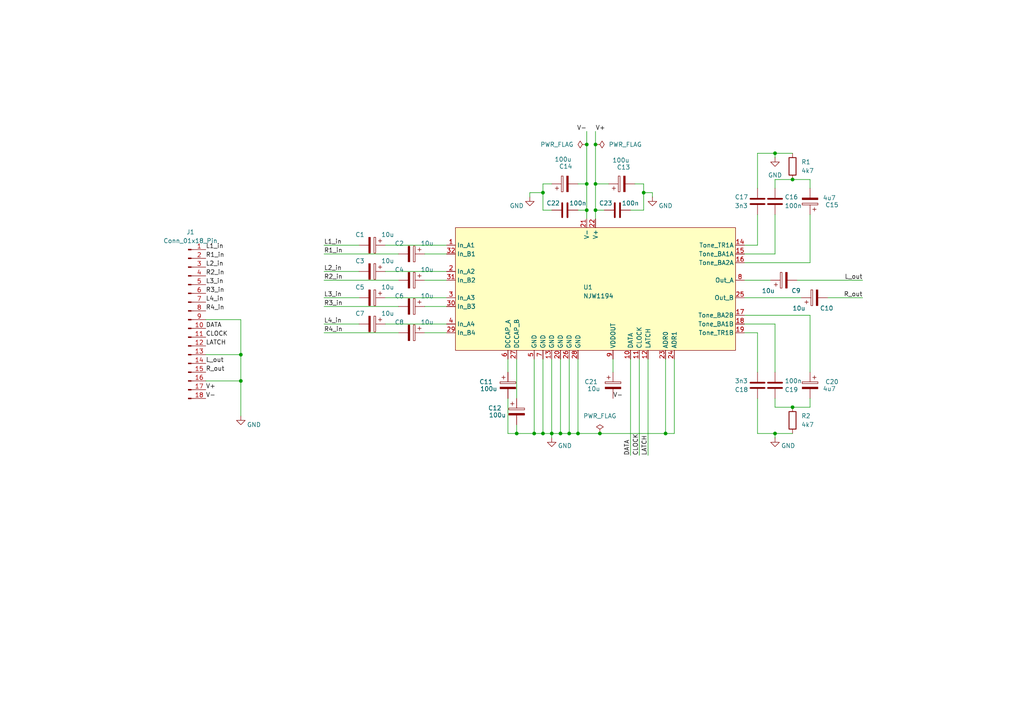
<source format=kicad_sch>
(kicad_sch
	(version 20231120)
	(generator "eeschema")
	(generator_version "8.0")
	(uuid "b975d179-2fae-4d40-b52e-d9a51b834983")
	(paper "A4")
	(lib_symbols
		(symbol "Connector:Conn_01x18_Pin"
			(pin_names
				(offset 1.016) hide)
			(exclude_from_sim no)
			(in_bom yes)
			(on_board yes)
			(property "Reference" "J"
				(at 0 22.86 0)
				(effects
					(font
						(size 1.27 1.27)
					)
				)
			)
			(property "Value" "Conn_01x18_Pin"
				(at 0 -25.4 0)
				(effects
					(font
						(size 1.27 1.27)
					)
				)
			)
			(property "Footprint" ""
				(at 0 0 0)
				(effects
					(font
						(size 1.27 1.27)
					)
					(hide yes)
				)
			)
			(property "Datasheet" "~"
				(at 0 0 0)
				(effects
					(font
						(size 1.27 1.27)
					)
					(hide yes)
				)
			)
			(property "Description" "Generic connector, single row, 01x18, script generated"
				(at 0 0 0)
				(effects
					(font
						(size 1.27 1.27)
					)
					(hide yes)
				)
			)
			(property "ki_locked" ""
				(at 0 0 0)
				(effects
					(font
						(size 1.27 1.27)
					)
				)
			)
			(property "ki_keywords" "connector"
				(at 0 0 0)
				(effects
					(font
						(size 1.27 1.27)
					)
					(hide yes)
				)
			)
			(property "ki_fp_filters" "Connector*:*_1x??_*"
				(at 0 0 0)
				(effects
					(font
						(size 1.27 1.27)
					)
					(hide yes)
				)
			)
			(symbol "Conn_01x18_Pin_1_1"
				(polyline
					(pts
						(xy 1.27 -22.86) (xy 0.8636 -22.86)
					)
					(stroke
						(width 0.1524)
						(type default)
					)
					(fill
						(type none)
					)
				)
				(polyline
					(pts
						(xy 1.27 -20.32) (xy 0.8636 -20.32)
					)
					(stroke
						(width 0.1524)
						(type default)
					)
					(fill
						(type none)
					)
				)
				(polyline
					(pts
						(xy 1.27 -17.78) (xy 0.8636 -17.78)
					)
					(stroke
						(width 0.1524)
						(type default)
					)
					(fill
						(type none)
					)
				)
				(polyline
					(pts
						(xy 1.27 -15.24) (xy 0.8636 -15.24)
					)
					(stroke
						(width 0.1524)
						(type default)
					)
					(fill
						(type none)
					)
				)
				(polyline
					(pts
						(xy 1.27 -12.7) (xy 0.8636 -12.7)
					)
					(stroke
						(width 0.1524)
						(type default)
					)
					(fill
						(type none)
					)
				)
				(polyline
					(pts
						(xy 1.27 -10.16) (xy 0.8636 -10.16)
					)
					(stroke
						(width 0.1524)
						(type default)
					)
					(fill
						(type none)
					)
				)
				(polyline
					(pts
						(xy 1.27 -7.62) (xy 0.8636 -7.62)
					)
					(stroke
						(width 0.1524)
						(type default)
					)
					(fill
						(type none)
					)
				)
				(polyline
					(pts
						(xy 1.27 -5.08) (xy 0.8636 -5.08)
					)
					(stroke
						(width 0.1524)
						(type default)
					)
					(fill
						(type none)
					)
				)
				(polyline
					(pts
						(xy 1.27 -2.54) (xy 0.8636 -2.54)
					)
					(stroke
						(width 0.1524)
						(type default)
					)
					(fill
						(type none)
					)
				)
				(polyline
					(pts
						(xy 1.27 0) (xy 0.8636 0)
					)
					(stroke
						(width 0.1524)
						(type default)
					)
					(fill
						(type none)
					)
				)
				(polyline
					(pts
						(xy 1.27 2.54) (xy 0.8636 2.54)
					)
					(stroke
						(width 0.1524)
						(type default)
					)
					(fill
						(type none)
					)
				)
				(polyline
					(pts
						(xy 1.27 5.08) (xy 0.8636 5.08)
					)
					(stroke
						(width 0.1524)
						(type default)
					)
					(fill
						(type none)
					)
				)
				(polyline
					(pts
						(xy 1.27 7.62) (xy 0.8636 7.62)
					)
					(stroke
						(width 0.1524)
						(type default)
					)
					(fill
						(type none)
					)
				)
				(polyline
					(pts
						(xy 1.27 10.16) (xy 0.8636 10.16)
					)
					(stroke
						(width 0.1524)
						(type default)
					)
					(fill
						(type none)
					)
				)
				(polyline
					(pts
						(xy 1.27 12.7) (xy 0.8636 12.7)
					)
					(stroke
						(width 0.1524)
						(type default)
					)
					(fill
						(type none)
					)
				)
				(polyline
					(pts
						(xy 1.27 15.24) (xy 0.8636 15.24)
					)
					(stroke
						(width 0.1524)
						(type default)
					)
					(fill
						(type none)
					)
				)
				(polyline
					(pts
						(xy 1.27 17.78) (xy 0.8636 17.78)
					)
					(stroke
						(width 0.1524)
						(type default)
					)
					(fill
						(type none)
					)
				)
				(polyline
					(pts
						(xy 1.27 20.32) (xy 0.8636 20.32)
					)
					(stroke
						(width 0.1524)
						(type default)
					)
					(fill
						(type none)
					)
				)
				(rectangle
					(start 0.8636 -22.733)
					(end 0 -22.987)
					(stroke
						(width 0.1524)
						(type default)
					)
					(fill
						(type outline)
					)
				)
				(rectangle
					(start 0.8636 -20.193)
					(end 0 -20.447)
					(stroke
						(width 0.1524)
						(type default)
					)
					(fill
						(type outline)
					)
				)
				(rectangle
					(start 0.8636 -17.653)
					(end 0 -17.907)
					(stroke
						(width 0.1524)
						(type default)
					)
					(fill
						(type outline)
					)
				)
				(rectangle
					(start 0.8636 -15.113)
					(end 0 -15.367)
					(stroke
						(width 0.1524)
						(type default)
					)
					(fill
						(type outline)
					)
				)
				(rectangle
					(start 0.8636 -12.573)
					(end 0 -12.827)
					(stroke
						(width 0.1524)
						(type default)
					)
					(fill
						(type outline)
					)
				)
				(rectangle
					(start 0.8636 -10.033)
					(end 0 -10.287)
					(stroke
						(width 0.1524)
						(type default)
					)
					(fill
						(type outline)
					)
				)
				(rectangle
					(start 0.8636 -7.493)
					(end 0 -7.747)
					(stroke
						(width 0.1524)
						(type default)
					)
					(fill
						(type outline)
					)
				)
				(rectangle
					(start 0.8636 -4.953)
					(end 0 -5.207)
					(stroke
						(width 0.1524)
						(type default)
					)
					(fill
						(type outline)
					)
				)
				(rectangle
					(start 0.8636 -2.413)
					(end 0 -2.667)
					(stroke
						(width 0.1524)
						(type default)
					)
					(fill
						(type outline)
					)
				)
				(rectangle
					(start 0.8636 0.127)
					(end 0 -0.127)
					(stroke
						(width 0.1524)
						(type default)
					)
					(fill
						(type outline)
					)
				)
				(rectangle
					(start 0.8636 2.667)
					(end 0 2.413)
					(stroke
						(width 0.1524)
						(type default)
					)
					(fill
						(type outline)
					)
				)
				(rectangle
					(start 0.8636 5.207)
					(end 0 4.953)
					(stroke
						(width 0.1524)
						(type default)
					)
					(fill
						(type outline)
					)
				)
				(rectangle
					(start 0.8636 7.747)
					(end 0 7.493)
					(stroke
						(width 0.1524)
						(type default)
					)
					(fill
						(type outline)
					)
				)
				(rectangle
					(start 0.8636 10.287)
					(end 0 10.033)
					(stroke
						(width 0.1524)
						(type default)
					)
					(fill
						(type outline)
					)
				)
				(rectangle
					(start 0.8636 12.827)
					(end 0 12.573)
					(stroke
						(width 0.1524)
						(type default)
					)
					(fill
						(type outline)
					)
				)
				(rectangle
					(start 0.8636 15.367)
					(end 0 15.113)
					(stroke
						(width 0.1524)
						(type default)
					)
					(fill
						(type outline)
					)
				)
				(rectangle
					(start 0.8636 17.907)
					(end 0 17.653)
					(stroke
						(width 0.1524)
						(type default)
					)
					(fill
						(type outline)
					)
				)
				(rectangle
					(start 0.8636 20.447)
					(end 0 20.193)
					(stroke
						(width 0.1524)
						(type default)
					)
					(fill
						(type outline)
					)
				)
				(pin passive line
					(at 5.08 20.32 180)
					(length 3.81)
					(name "Pin_1"
						(effects
							(font
								(size 1.27 1.27)
							)
						)
					)
					(number "1"
						(effects
							(font
								(size 1.27 1.27)
							)
						)
					)
				)
				(pin passive line
					(at 5.08 -2.54 180)
					(length 3.81)
					(name "Pin_10"
						(effects
							(font
								(size 1.27 1.27)
							)
						)
					)
					(number "10"
						(effects
							(font
								(size 1.27 1.27)
							)
						)
					)
				)
				(pin passive line
					(at 5.08 -5.08 180)
					(length 3.81)
					(name "Pin_11"
						(effects
							(font
								(size 1.27 1.27)
							)
						)
					)
					(number "11"
						(effects
							(font
								(size 1.27 1.27)
							)
						)
					)
				)
				(pin passive line
					(at 5.08 -7.62 180)
					(length 3.81)
					(name "Pin_12"
						(effects
							(font
								(size 1.27 1.27)
							)
						)
					)
					(number "12"
						(effects
							(font
								(size 1.27 1.27)
							)
						)
					)
				)
				(pin passive line
					(at 5.08 -10.16 180)
					(length 3.81)
					(name "Pin_13"
						(effects
							(font
								(size 1.27 1.27)
							)
						)
					)
					(number "13"
						(effects
							(font
								(size 1.27 1.27)
							)
						)
					)
				)
				(pin passive line
					(at 5.08 -12.7 180)
					(length 3.81)
					(name "Pin_14"
						(effects
							(font
								(size 1.27 1.27)
							)
						)
					)
					(number "14"
						(effects
							(font
								(size 1.27 1.27)
							)
						)
					)
				)
				(pin passive line
					(at 5.08 -15.24 180)
					(length 3.81)
					(name "Pin_15"
						(effects
							(font
								(size 1.27 1.27)
							)
						)
					)
					(number "15"
						(effects
							(font
								(size 1.27 1.27)
							)
						)
					)
				)
				(pin passive line
					(at 5.08 -17.78 180)
					(length 3.81)
					(name "Pin_16"
						(effects
							(font
								(size 1.27 1.27)
							)
						)
					)
					(number "16"
						(effects
							(font
								(size 1.27 1.27)
							)
						)
					)
				)
				(pin passive line
					(at 5.08 -20.32 180)
					(length 3.81)
					(name "Pin_17"
						(effects
							(font
								(size 1.27 1.27)
							)
						)
					)
					(number "17"
						(effects
							(font
								(size 1.27 1.27)
							)
						)
					)
				)
				(pin passive line
					(at 5.08 -22.86 180)
					(length 3.81)
					(name "Pin_18"
						(effects
							(font
								(size 1.27 1.27)
							)
						)
					)
					(number "18"
						(effects
							(font
								(size 1.27 1.27)
							)
						)
					)
				)
				(pin passive line
					(at 5.08 17.78 180)
					(length 3.81)
					(name "Pin_2"
						(effects
							(font
								(size 1.27 1.27)
							)
						)
					)
					(number "2"
						(effects
							(font
								(size 1.27 1.27)
							)
						)
					)
				)
				(pin passive line
					(at 5.08 15.24 180)
					(length 3.81)
					(name "Pin_3"
						(effects
							(font
								(size 1.27 1.27)
							)
						)
					)
					(number "3"
						(effects
							(font
								(size 1.27 1.27)
							)
						)
					)
				)
				(pin passive line
					(at 5.08 12.7 180)
					(length 3.81)
					(name "Pin_4"
						(effects
							(font
								(size 1.27 1.27)
							)
						)
					)
					(number "4"
						(effects
							(font
								(size 1.27 1.27)
							)
						)
					)
				)
				(pin passive line
					(at 5.08 10.16 180)
					(length 3.81)
					(name "Pin_5"
						(effects
							(font
								(size 1.27 1.27)
							)
						)
					)
					(number "5"
						(effects
							(font
								(size 1.27 1.27)
							)
						)
					)
				)
				(pin passive line
					(at 5.08 7.62 180)
					(length 3.81)
					(name "Pin_6"
						(effects
							(font
								(size 1.27 1.27)
							)
						)
					)
					(number "6"
						(effects
							(font
								(size 1.27 1.27)
							)
						)
					)
				)
				(pin passive line
					(at 5.08 5.08 180)
					(length 3.81)
					(name "Pin_7"
						(effects
							(font
								(size 1.27 1.27)
							)
						)
					)
					(number "7"
						(effects
							(font
								(size 1.27 1.27)
							)
						)
					)
				)
				(pin passive line
					(at 5.08 2.54 180)
					(length 3.81)
					(name "Pin_8"
						(effects
							(font
								(size 1.27 1.27)
							)
						)
					)
					(number "8"
						(effects
							(font
								(size 1.27 1.27)
							)
						)
					)
				)
				(pin passive line
					(at 5.08 0 180)
					(length 3.81)
					(name "Pin_9"
						(effects
							(font
								(size 1.27 1.27)
							)
						)
					)
					(number "9"
						(effects
							(font
								(size 1.27 1.27)
							)
						)
					)
				)
			)
		)
		(symbol "Device:C"
			(pin_numbers hide)
			(pin_names
				(offset 0.254)
			)
			(exclude_from_sim no)
			(in_bom yes)
			(on_board yes)
			(property "Reference" "C"
				(at 0.635 2.54 0)
				(effects
					(font
						(size 1.27 1.27)
					)
					(justify left)
				)
			)
			(property "Value" "C"
				(at 0.635 -2.54 0)
				(effects
					(font
						(size 1.27 1.27)
					)
					(justify left)
				)
			)
			(property "Footprint" ""
				(at 0.9652 -3.81 0)
				(effects
					(font
						(size 1.27 1.27)
					)
					(hide yes)
				)
			)
			(property "Datasheet" "~"
				(at 0 0 0)
				(effects
					(font
						(size 1.27 1.27)
					)
					(hide yes)
				)
			)
			(property "Description" "Unpolarized capacitor"
				(at 0 0 0)
				(effects
					(font
						(size 1.27 1.27)
					)
					(hide yes)
				)
			)
			(property "ki_keywords" "cap capacitor"
				(at 0 0 0)
				(effects
					(font
						(size 1.27 1.27)
					)
					(hide yes)
				)
			)
			(property "ki_fp_filters" "C_*"
				(at 0 0 0)
				(effects
					(font
						(size 1.27 1.27)
					)
					(hide yes)
				)
			)
			(symbol "C_0_1"
				(polyline
					(pts
						(xy -2.032 -0.762) (xy 2.032 -0.762)
					)
					(stroke
						(width 0.508)
						(type default)
					)
					(fill
						(type none)
					)
				)
				(polyline
					(pts
						(xy -2.032 0.762) (xy 2.032 0.762)
					)
					(stroke
						(width 0.508)
						(type default)
					)
					(fill
						(type none)
					)
				)
			)
			(symbol "C_1_1"
				(pin passive line
					(at 0 3.81 270)
					(length 2.794)
					(name "~"
						(effects
							(font
								(size 1.27 1.27)
							)
						)
					)
					(number "1"
						(effects
							(font
								(size 1.27 1.27)
							)
						)
					)
				)
				(pin passive line
					(at 0 -3.81 90)
					(length 2.794)
					(name "~"
						(effects
							(font
								(size 1.27 1.27)
							)
						)
					)
					(number "2"
						(effects
							(font
								(size 1.27 1.27)
							)
						)
					)
				)
			)
		)
		(symbol "Device:C_Polarized"
			(pin_numbers hide)
			(pin_names
				(offset 0.254)
			)
			(exclude_from_sim no)
			(in_bom yes)
			(on_board yes)
			(property "Reference" "C"
				(at 0.635 2.54 0)
				(effects
					(font
						(size 1.27 1.27)
					)
					(justify left)
				)
			)
			(property "Value" "C_Polarized"
				(at 0.635 -2.54 0)
				(effects
					(font
						(size 1.27 1.27)
					)
					(justify left)
				)
			)
			(property "Footprint" ""
				(at 0.9652 -3.81 0)
				(effects
					(font
						(size 1.27 1.27)
					)
					(hide yes)
				)
			)
			(property "Datasheet" "~"
				(at 0 0 0)
				(effects
					(font
						(size 1.27 1.27)
					)
					(hide yes)
				)
			)
			(property "Description" "Polarized capacitor"
				(at 0 0 0)
				(effects
					(font
						(size 1.27 1.27)
					)
					(hide yes)
				)
			)
			(property "ki_keywords" "cap capacitor"
				(at 0 0 0)
				(effects
					(font
						(size 1.27 1.27)
					)
					(hide yes)
				)
			)
			(property "ki_fp_filters" "CP_*"
				(at 0 0 0)
				(effects
					(font
						(size 1.27 1.27)
					)
					(hide yes)
				)
			)
			(symbol "C_Polarized_0_1"
				(rectangle
					(start -2.286 0.508)
					(end 2.286 1.016)
					(stroke
						(width 0)
						(type default)
					)
					(fill
						(type none)
					)
				)
				(polyline
					(pts
						(xy -1.778 2.286) (xy -0.762 2.286)
					)
					(stroke
						(width 0)
						(type default)
					)
					(fill
						(type none)
					)
				)
				(polyline
					(pts
						(xy -1.27 2.794) (xy -1.27 1.778)
					)
					(stroke
						(width 0)
						(type default)
					)
					(fill
						(type none)
					)
				)
				(rectangle
					(start 2.286 -0.508)
					(end -2.286 -1.016)
					(stroke
						(width 0)
						(type default)
					)
					(fill
						(type outline)
					)
				)
			)
			(symbol "C_Polarized_1_1"
				(pin passive line
					(at 0 3.81 270)
					(length 2.794)
					(name "~"
						(effects
							(font
								(size 1.27 1.27)
							)
						)
					)
					(number "1"
						(effects
							(font
								(size 1.27 1.27)
							)
						)
					)
				)
				(pin passive line
					(at 0 -3.81 90)
					(length 2.794)
					(name "~"
						(effects
							(font
								(size 1.27 1.27)
							)
						)
					)
					(number "2"
						(effects
							(font
								(size 1.27 1.27)
							)
						)
					)
				)
			)
		)
		(symbol "Device:R"
			(pin_numbers hide)
			(pin_names
				(offset 0)
			)
			(exclude_from_sim no)
			(in_bom yes)
			(on_board yes)
			(property "Reference" "R"
				(at 2.032 0 90)
				(effects
					(font
						(size 1.27 1.27)
					)
				)
			)
			(property "Value" "R"
				(at 0 0 90)
				(effects
					(font
						(size 1.27 1.27)
					)
				)
			)
			(property "Footprint" ""
				(at -1.778 0 90)
				(effects
					(font
						(size 1.27 1.27)
					)
					(hide yes)
				)
			)
			(property "Datasheet" "~"
				(at 0 0 0)
				(effects
					(font
						(size 1.27 1.27)
					)
					(hide yes)
				)
			)
			(property "Description" "Resistor"
				(at 0 0 0)
				(effects
					(font
						(size 1.27 1.27)
					)
					(hide yes)
				)
			)
			(property "ki_keywords" "R res resistor"
				(at 0 0 0)
				(effects
					(font
						(size 1.27 1.27)
					)
					(hide yes)
				)
			)
			(property "ki_fp_filters" "R_*"
				(at 0 0 0)
				(effects
					(font
						(size 1.27 1.27)
					)
					(hide yes)
				)
			)
			(symbol "R_0_1"
				(rectangle
					(start -1.016 -2.54)
					(end 1.016 2.54)
					(stroke
						(width 0.254)
						(type default)
					)
					(fill
						(type none)
					)
				)
			)
			(symbol "R_1_1"
				(pin passive line
					(at 0 3.81 270)
					(length 1.27)
					(name "~"
						(effects
							(font
								(size 1.27 1.27)
							)
						)
					)
					(number "1"
						(effects
							(font
								(size 1.27 1.27)
							)
						)
					)
				)
				(pin passive line
					(at 0 -3.81 90)
					(length 1.27)
					(name "~"
						(effects
							(font
								(size 1.27 1.27)
							)
						)
					)
					(number "2"
						(effects
							(font
								(size 1.27 1.27)
							)
						)
					)
				)
			)
		)
		(symbol "GP_Audio:NJW1194"
			(exclude_from_sim no)
			(in_bom yes)
			(on_board yes)
			(property "Reference" "U"
				(at -3.81 2.54 0)
				(effects
					(font
						(size 1.27 1.27)
					)
				)
			)
			(property "Value" "NJW1194"
				(at 0 0 0)
				(effects
					(font
						(size 1.27 1.27)
					)
				)
			)
			(property "Footprint" "Package_SO:SSOP-32_11.305x20.495mm_P1.27mm"
				(at -17.78 -12.7 0)
				(effects
					(font
						(size 1.27 1.27)
					)
					(hide yes)
				)
			)
			(property "Datasheet" ""
				(at -17.78 -12.7 0)
				(effects
					(font
						(size 1.27 1.27)
					)
					(hide yes)
				)
			)
			(property "Description" "Stereo electronic volume with 4-channel input selector and tone control"
				(at 0 0 0)
				(effects
					(font
						(size 1.27 1.27)
					)
					(hide yes)
				)
			)
			(symbol "NJW1194_1_0"
				(pin input line
					(at 10.16 -20.32 90)
					(length 2.54)
					(name "DATA"
						(effects
							(font
								(size 1.27 1.27)
							)
						)
					)
					(number "10"
						(effects
							(font
								(size 1.27 1.27)
							)
						)
					)
				)
				(pin input line
					(at 12.7 -20.32 90)
					(length 2.54)
					(name "CLOCK"
						(effects
							(font
								(size 1.27 1.27)
							)
						)
					)
					(number "11"
						(effects
							(font
								(size 1.27 1.27)
							)
						)
					)
				)
				(pin input line
					(at 15.24 -20.32 90)
					(length 2.54)
					(name "LATCH"
						(effects
							(font
								(size 1.27 1.27)
							)
						)
					)
					(number "12"
						(effects
							(font
								(size 1.27 1.27)
							)
						)
					)
				)
				(pin power_in line
					(at -12.7 -20.32 90)
					(length 2.54)
					(name "GND"
						(effects
							(font
								(size 1.27 1.27)
							)
						)
					)
					(number "13"
						(effects
							(font
								(size 1.27 1.27)
							)
						)
					)
				)
				(pin passive line
					(at 43.18 12.7 180)
					(length 2.54)
					(name "Tone_TR1A"
						(effects
							(font
								(size 1.27 1.27)
							)
						)
					)
					(number "14"
						(effects
							(font
								(size 1.27 1.27)
							)
						)
					)
				)
				(pin passive line
					(at 43.18 10.16 180)
					(length 2.54)
					(name "Tone_BA1A"
						(effects
							(font
								(size 1.27 1.27)
							)
						)
					)
					(number "15"
						(effects
							(font
								(size 1.27 1.27)
							)
						)
					)
				)
				(pin passive line
					(at 43.18 7.62 180)
					(length 2.54)
					(name "Tone_BA2A"
						(effects
							(font
								(size 1.27 1.27)
							)
						)
					)
					(number "16"
						(effects
							(font
								(size 1.27 1.27)
							)
						)
					)
				)
				(pin passive line
					(at 43.18 -7.62 180)
					(length 2.54)
					(name "Tone_BA2B"
						(effects
							(font
								(size 1.27 1.27)
							)
						)
					)
					(number "17"
						(effects
							(font
								(size 1.27 1.27)
							)
						)
					)
				)
				(pin passive line
					(at 43.18 -10.16 180)
					(length 2.54)
					(name "Tone_BA1B"
						(effects
							(font
								(size 1.27 1.27)
							)
						)
					)
					(number "18"
						(effects
							(font
								(size 1.27 1.27)
							)
						)
					)
				)
				(pin passive line
					(at 43.18 -12.7 180)
					(length 2.54)
					(name "Tone_TR1B"
						(effects
							(font
								(size 1.27 1.27)
							)
						)
					)
					(number "19"
						(effects
							(font
								(size 1.27 1.27)
							)
						)
					)
				)
				(pin power_in line
					(at -10.16 -20.32 90)
					(length 2.54)
					(name "GND"
						(effects
							(font
								(size 1.27 1.27)
							)
						)
					)
					(number "20"
						(effects
							(font
								(size 1.27 1.27)
							)
						)
					)
				)
				(pin power_in line
					(at -2.54 20.32 270)
					(length 2.54)
					(name "V-"
						(effects
							(font
								(size 1.27 1.27)
							)
						)
					)
					(number "21"
						(effects
							(font
								(size 1.27 1.27)
							)
						)
					)
				)
				(pin power_in line
					(at 0 20.32 270)
					(length 2.54)
					(name "V+"
						(effects
							(font
								(size 1.27 1.27)
							)
						)
					)
					(number "22"
						(effects
							(font
								(size 1.27 1.27)
							)
						)
					)
				)
				(pin input line
					(at 20.32 -20.32 90)
					(length 2.54)
					(name "ADR0"
						(effects
							(font
								(size 1.27 1.27)
							)
						)
					)
					(number "23"
						(effects
							(font
								(size 1.27 1.27)
							)
						)
					)
				)
				(pin input line
					(at 22.86 -20.32 90)
					(length 2.54)
					(name "ADR1"
						(effects
							(font
								(size 1.27 1.27)
							)
						)
					)
					(number "24"
						(effects
							(font
								(size 1.27 1.27)
							)
						)
					)
				)
				(pin output line
					(at 43.18 -2.54 180)
					(length 2.54)
					(name "Out_B"
						(effects
							(font
								(size 1.27 1.27)
							)
						)
					)
					(number "25"
						(effects
							(font
								(size 1.27 1.27)
							)
						)
					)
				)
				(pin power_in line
					(at -7.62 -20.32 90)
					(length 2.54)
					(name "GND"
						(effects
							(font
								(size 1.27 1.27)
							)
						)
					)
					(number "26"
						(effects
							(font
								(size 1.27 1.27)
							)
						)
					)
				)
				(pin passive line
					(at -22.86 -20.32 90)
					(length 2.54)
					(name "DCCAP_B"
						(effects
							(font
								(size 1.27 1.27)
							)
						)
					)
					(number "27"
						(effects
							(font
								(size 1.27 1.27)
							)
						)
					)
				)
				(pin power_in line
					(at -5.08 -20.32 90)
					(length 2.54)
					(name "GND"
						(effects
							(font
								(size 1.27 1.27)
							)
						)
					)
					(number "28"
						(effects
							(font
								(size 1.27 1.27)
							)
						)
					)
				)
				(pin input line
					(at -43.18 -12.7 0)
					(length 2.54)
					(name "In_B4"
						(effects
							(font
								(size 1.27 1.27)
							)
						)
					)
					(number "29"
						(effects
							(font
								(size 1.27 1.27)
							)
						)
					)
				)
				(pin input line
					(at -43.18 -2.54 0)
					(length 2.54)
					(name "In_A3"
						(effects
							(font
								(size 1.27 1.27)
							)
						)
					)
					(number "3"
						(effects
							(font
								(size 1.27 1.27)
							)
						)
					)
				)
				(pin input line
					(at -43.18 -5.08 0)
					(length 2.54)
					(name "In_B3"
						(effects
							(font
								(size 1.27 1.27)
							)
						)
					)
					(number "30"
						(effects
							(font
								(size 1.27 1.27)
							)
						)
					)
				)
				(pin input line
					(at -43.18 2.54 0)
					(length 2.54)
					(name "In_B2"
						(effects
							(font
								(size 1.27 1.27)
							)
						)
					)
					(number "31"
						(effects
							(font
								(size 1.27 1.27)
							)
						)
					)
				)
				(pin input line
					(at -43.18 10.16 0)
					(length 2.54)
					(name "In_B1"
						(effects
							(font
								(size 1.27 1.27)
							)
						)
					)
					(number "32"
						(effects
							(font
								(size 1.27 1.27)
							)
						)
					)
				)
				(pin input line
					(at -43.18 -10.16 0)
					(length 2.54)
					(name "In_A4"
						(effects
							(font
								(size 1.27 1.27)
							)
						)
					)
					(number "4"
						(effects
							(font
								(size 1.27 1.27)
							)
						)
					)
				)
				(pin power_in line
					(at -17.78 -20.32 90)
					(length 2.54)
					(name "GND"
						(effects
							(font
								(size 1.27 1.27)
							)
						)
					)
					(number "5"
						(effects
							(font
								(size 1.27 1.27)
							)
						)
					)
				)
				(pin passive line
					(at -25.4 -20.32 90)
					(length 2.54)
					(name "DCCAP_A"
						(effects
							(font
								(size 1.27 1.27)
							)
						)
					)
					(number "6"
						(effects
							(font
								(size 1.27 1.27)
							)
						)
					)
				)
				(pin power_in line
					(at -15.24 -20.32 90)
					(length 2.54)
					(name "GND"
						(effects
							(font
								(size 1.27 1.27)
							)
						)
					)
					(number "7"
						(effects
							(font
								(size 1.27 1.27)
							)
						)
					)
				)
				(pin output line
					(at 43.18 2.54 180)
					(length 2.54)
					(name "Out_A"
						(effects
							(font
								(size 1.27 1.27)
							)
						)
					)
					(number "8"
						(effects
							(font
								(size 1.27 1.27)
							)
						)
					)
				)
				(pin power_out line
					(at 5.08 -20.32 90)
					(length 2.54)
					(name "VDDOUT"
						(effects
							(font
								(size 1.27 1.27)
							)
						)
					)
					(number "9"
						(effects
							(font
								(size 1.27 1.27)
							)
						)
					)
				)
			)
			(symbol "NJW1194_1_1"
				(rectangle
					(start -40.64 17.78)
					(end 40.64 -17.78)
					(stroke
						(width 0)
						(type default)
					)
					(fill
						(type background)
					)
				)
				(pin input line
					(at -43.18 12.7 0)
					(length 2.54)
					(name "In_A1"
						(effects
							(font
								(size 1.27 1.27)
							)
						)
					)
					(number "1"
						(effects
							(font
								(size 1.27 1.27)
							)
						)
					)
				)
				(pin input line
					(at -43.18 5.08 0)
					(length 2.54)
					(name "In_A2"
						(effects
							(font
								(size 1.27 1.27)
							)
						)
					)
					(number "2"
						(effects
							(font
								(size 1.27 1.27)
							)
						)
					)
				)
			)
		)
		(symbol "power:GND"
			(power)
			(pin_numbers hide)
			(pin_names
				(offset 0) hide)
			(exclude_from_sim no)
			(in_bom yes)
			(on_board yes)
			(property "Reference" "#PWR"
				(at 0 -6.35 0)
				(effects
					(font
						(size 1.27 1.27)
					)
					(hide yes)
				)
			)
			(property "Value" "GND"
				(at 0 -3.81 0)
				(effects
					(font
						(size 1.27 1.27)
					)
				)
			)
			(property "Footprint" ""
				(at 0 0 0)
				(effects
					(font
						(size 1.27 1.27)
					)
					(hide yes)
				)
			)
			(property "Datasheet" ""
				(at 0 0 0)
				(effects
					(font
						(size 1.27 1.27)
					)
					(hide yes)
				)
			)
			(property "Description" "Power symbol creates a global label with name \"GND\" , ground"
				(at 0 0 0)
				(effects
					(font
						(size 1.27 1.27)
					)
					(hide yes)
				)
			)
			(property "ki_keywords" "global power"
				(at 0 0 0)
				(effects
					(font
						(size 1.27 1.27)
					)
					(hide yes)
				)
			)
			(symbol "GND_0_1"
				(polyline
					(pts
						(xy 0 0) (xy 0 -1.27) (xy 1.27 -1.27) (xy 0 -2.54) (xy -1.27 -1.27) (xy 0 -1.27)
					)
					(stroke
						(width 0)
						(type default)
					)
					(fill
						(type none)
					)
				)
			)
			(symbol "GND_1_1"
				(pin power_in line
					(at 0 0 270)
					(length 0)
					(name "~"
						(effects
							(font
								(size 1.27 1.27)
							)
						)
					)
					(number "1"
						(effects
							(font
								(size 1.27 1.27)
							)
						)
					)
				)
			)
		)
		(symbol "power:PWR_FLAG"
			(power)
			(pin_numbers hide)
			(pin_names
				(offset 0) hide)
			(exclude_from_sim no)
			(in_bom yes)
			(on_board yes)
			(property "Reference" "#FLG"
				(at 0 1.905 0)
				(effects
					(font
						(size 1.27 1.27)
					)
					(hide yes)
				)
			)
			(property "Value" "PWR_FLAG"
				(at 0 3.81 0)
				(effects
					(font
						(size 1.27 1.27)
					)
				)
			)
			(property "Footprint" ""
				(at 0 0 0)
				(effects
					(font
						(size 1.27 1.27)
					)
					(hide yes)
				)
			)
			(property "Datasheet" "~"
				(at 0 0 0)
				(effects
					(font
						(size 1.27 1.27)
					)
					(hide yes)
				)
			)
			(property "Description" "Special symbol for telling ERC where power comes from"
				(at 0 0 0)
				(effects
					(font
						(size 1.27 1.27)
					)
					(hide yes)
				)
			)
			(property "ki_keywords" "flag power"
				(at 0 0 0)
				(effects
					(font
						(size 1.27 1.27)
					)
					(hide yes)
				)
			)
			(symbol "PWR_FLAG_0_0"
				(pin power_out line
					(at 0 0 90)
					(length 0)
					(name "~"
						(effects
							(font
								(size 1.27 1.27)
							)
						)
					)
					(number "1"
						(effects
							(font
								(size 1.27 1.27)
							)
						)
					)
				)
			)
			(symbol "PWR_FLAG_0_1"
				(polyline
					(pts
						(xy 0 0) (xy 0 1.27) (xy -1.016 1.905) (xy 0 2.54) (xy 1.016 1.905) (xy 0 1.27)
					)
					(stroke
						(width 0)
						(type default)
					)
					(fill
						(type none)
					)
				)
			)
		)
	)
	(junction
		(at 157.48 125.73)
		(diameter 0)
		(color 0 0 0 0)
		(uuid "228eb048-cd6b-417c-bebe-1ae524ce4533")
	)
	(junction
		(at 172.72 60.96)
		(diameter 0)
		(color 0 0 0 0)
		(uuid "22d290d0-2727-476f-a41f-c8fd9dcd1a1c")
	)
	(junction
		(at 69.85 102.87)
		(diameter 0)
		(color 0 0 0 0)
		(uuid "27ceea3e-4dfe-4529-ad49-2d927c479907")
	)
	(junction
		(at 69.85 110.49)
		(diameter 0)
		(color 0 0 0 0)
		(uuid "2cabd920-b328-40a2-822d-075cc1d58e98")
	)
	(junction
		(at 173.99 125.73)
		(diameter 0)
		(color 0 0 0 0)
		(uuid "3fa6513a-4e6f-47e8-a18e-299e45c08580")
	)
	(junction
		(at 186.69 55.88)
		(diameter 0)
		(color 0 0 0 0)
		(uuid "486311a8-a746-4716-9da4-85c79e715bed")
	)
	(junction
		(at 167.64 125.73)
		(diameter 0)
		(color 0 0 0 0)
		(uuid "59467201-8669-4b8d-8b58-d7470dc19867")
	)
	(junction
		(at 157.48 55.88)
		(diameter 0)
		(color 0 0 0 0)
		(uuid "5d5df179-dbe5-4c1e-a081-f0c8c29dbf7e")
	)
	(junction
		(at 172.72 53.34)
		(diameter 0)
		(color 0 0 0 0)
		(uuid "708c4ab5-dcfb-49b8-9e3c-478df7d16233")
	)
	(junction
		(at 193.04 125.73)
		(diameter 0)
		(color 0 0 0 0)
		(uuid "83c89831-c270-4049-bab8-577394b8b0ef")
	)
	(junction
		(at 162.56 125.73)
		(diameter 0)
		(color 0 0 0 0)
		(uuid "8d81e28b-a84f-4ca2-8a3c-c27897996a9d")
	)
	(junction
		(at 229.87 118.11)
		(diameter 0)
		(color 0 0 0 0)
		(uuid "99a468e2-b930-4955-bf3c-0cd460d323ca")
	)
	(junction
		(at 229.87 52.07)
		(diameter 0)
		(color 0 0 0 0)
		(uuid "a06db0b8-6171-4fc7-a319-f027956277bf")
	)
	(junction
		(at 165.1 125.73)
		(diameter 0)
		(color 0 0 0 0)
		(uuid "a0d2b47b-02f4-4ab9-919b-222169918cc9")
	)
	(junction
		(at 224.79 125.73)
		(diameter 0)
		(color 0 0 0 0)
		(uuid "ae45461e-a8ee-49b5-96c3-8e4399353d01")
	)
	(junction
		(at 170.18 60.96)
		(diameter 0)
		(color 0 0 0 0)
		(uuid "aea5192b-4b8f-4c98-9ef9-1587a88e6fd4")
	)
	(junction
		(at 172.72 41.91)
		(diameter 0)
		(color 0 0 0 0)
		(uuid "b19af2b7-7ba6-4c62-8156-6b3b08c43a03")
	)
	(junction
		(at 224.79 44.45)
		(diameter 0)
		(color 0 0 0 0)
		(uuid "b1e449a9-8fa9-40c0-a630-98730ba0d28a")
	)
	(junction
		(at 160.02 125.73)
		(diameter 0)
		(color 0 0 0 0)
		(uuid "bde9ede7-a960-499a-b105-26906f91cbcd")
	)
	(junction
		(at 170.18 53.34)
		(diameter 0)
		(color 0 0 0 0)
		(uuid "c3fb13ea-8eb5-4070-b62d-59737679ceb8")
	)
	(junction
		(at 170.18 41.91)
		(diameter 0)
		(color 0 0 0 0)
		(uuid "ecc28238-ee1c-4128-9c2a-617a9bae1f25")
	)
	(junction
		(at 149.86 125.73)
		(diameter 0)
		(color 0 0 0 0)
		(uuid "f7cfa2be-085f-4e86-8282-1b1bb2aacc4d")
	)
	(junction
		(at 154.94 125.73)
		(diameter 0)
		(color 0 0 0 0)
		(uuid "fbd4a1fc-17c8-4571-ab5d-ea27ff5587c5")
	)
	(wire
		(pts
			(xy 189.23 55.88) (xy 186.69 55.88)
		)
		(stroke
			(width 0)
			(type default)
		)
		(uuid "033d8348-993a-45a3-8577-19792b8f27af")
	)
	(wire
		(pts
			(xy 224.79 107.95) (xy 224.79 93.98)
		)
		(stroke
			(width 0)
			(type default)
		)
		(uuid "035f1f1e-252d-44f7-bbca-136b089e4725")
	)
	(wire
		(pts
			(xy 234.95 91.44) (xy 215.9 91.44)
		)
		(stroke
			(width 0)
			(type default)
		)
		(uuid "05b1869b-c5f7-41d1-b934-a543d2655bd3")
	)
	(wire
		(pts
			(xy 162.56 104.14) (xy 162.56 125.73)
		)
		(stroke
			(width 0)
			(type default)
		)
		(uuid "0652d405-b772-4c0c-b0cb-a81c107e87da")
	)
	(wire
		(pts
			(xy 184.15 53.34) (xy 186.69 53.34)
		)
		(stroke
			(width 0)
			(type default)
		)
		(uuid "0951dcdf-736d-4efb-9db0-2a72a817ef71")
	)
	(wire
		(pts
			(xy 111.76 71.12) (xy 129.54 71.12)
		)
		(stroke
			(width 0)
			(type default)
		)
		(uuid "0a75b3e3-6605-41aa-9f1b-b5c2ccdbecb1")
	)
	(wire
		(pts
			(xy 219.71 107.95) (xy 219.71 96.52)
		)
		(stroke
			(width 0)
			(type default)
		)
		(uuid "0b73fdb3-1443-4aac-8b6b-390efb7340b3")
	)
	(wire
		(pts
			(xy 224.79 73.66) (xy 224.79 62.23)
		)
		(stroke
			(width 0)
			(type default)
		)
		(uuid "10be4e60-c111-4a8b-94bc-d14ac59d98e0")
	)
	(wire
		(pts
			(xy 111.76 78.74) (xy 129.54 78.74)
		)
		(stroke
			(width 0)
			(type default)
		)
		(uuid "117b3871-9fe9-40d0-b856-ab9a5927563c")
	)
	(wire
		(pts
			(xy 160.02 127) (xy 160.02 125.73)
		)
		(stroke
			(width 0)
			(type default)
		)
		(uuid "11c36e24-9255-4e62-920c-0080783f4253")
	)
	(wire
		(pts
			(xy 165.1 125.73) (xy 162.56 125.73)
		)
		(stroke
			(width 0)
			(type default)
		)
		(uuid "11f2d43a-7193-4d13-88bc-6a07c0db3ad0")
	)
	(wire
		(pts
			(xy 167.64 125.73) (xy 165.1 125.73)
		)
		(stroke
			(width 0)
			(type default)
		)
		(uuid "11f6bfbf-1c80-4090-9c92-6241015fa80a")
	)
	(wire
		(pts
			(xy 59.69 92.71) (xy 69.85 92.71)
		)
		(stroke
			(width 0)
			(type default)
		)
		(uuid "16a87758-d088-4dcf-8b2a-897ed629ec88")
	)
	(wire
		(pts
			(xy 234.95 115.57) (xy 234.95 118.11)
		)
		(stroke
			(width 0)
			(type default)
		)
		(uuid "1723e77d-be84-4d3b-b617-991d06ceec77")
	)
	(wire
		(pts
			(xy 224.79 52.07) (xy 229.87 52.07)
		)
		(stroke
			(width 0)
			(type default)
		)
		(uuid "17fe27e5-6af0-49c9-b194-5f9119000c19")
	)
	(wire
		(pts
			(xy 123.19 96.52) (xy 129.54 96.52)
		)
		(stroke
			(width 0)
			(type default)
		)
		(uuid "1c78a21f-ade6-4127-bccb-ffd9104b66f3")
	)
	(wire
		(pts
			(xy 195.58 104.14) (xy 195.58 125.73)
		)
		(stroke
			(width 0)
			(type default)
		)
		(uuid "20c86159-ba1a-4c36-9240-db0da26dccc0")
	)
	(wire
		(pts
			(xy 215.9 71.12) (xy 219.71 71.12)
		)
		(stroke
			(width 0)
			(type default)
		)
		(uuid "2111c368-2607-45e9-a7b6-0ceb89af666e")
	)
	(wire
		(pts
			(xy 149.86 123.19) (xy 149.86 125.73)
		)
		(stroke
			(width 0)
			(type default)
		)
		(uuid "233522ae-5c38-4c1d-bffc-ef6d6a574a40")
	)
	(wire
		(pts
			(xy 93.98 81.28) (xy 115.57 81.28)
		)
		(stroke
			(width 0)
			(type default)
		)
		(uuid "24180e26-bb01-4b2b-9c29-9414818f1934")
	)
	(wire
		(pts
			(xy 170.18 60.96) (xy 170.18 63.5)
		)
		(stroke
			(width 0)
			(type default)
		)
		(uuid "268cd2d6-dffe-473f-8864-8b73a3cb770e")
	)
	(wire
		(pts
			(xy 219.71 71.12) (xy 219.71 62.23)
		)
		(stroke
			(width 0)
			(type default)
		)
		(uuid "28be8d0c-874a-4263-84e2-62852e10d8fe")
	)
	(wire
		(pts
			(xy 170.18 41.91) (xy 170.18 53.34)
		)
		(stroke
			(width 0)
			(type default)
		)
		(uuid "2a8dd9eb-f6cb-4965-bc97-85fd70f75797")
	)
	(wire
		(pts
			(xy 172.72 60.96) (xy 172.72 63.5)
		)
		(stroke
			(width 0)
			(type default)
		)
		(uuid "2bbce92d-c72e-47ea-80bc-dab225a2aae5")
	)
	(wire
		(pts
			(xy 123.19 73.66) (xy 129.54 73.66)
		)
		(stroke
			(width 0)
			(type default)
		)
		(uuid "2e5a3a84-b4ed-4747-8001-50c4928fd8a5")
	)
	(wire
		(pts
			(xy 186.69 53.34) (xy 186.69 55.88)
		)
		(stroke
			(width 0)
			(type default)
		)
		(uuid "2f27469f-e687-47d0-b477-2a6e859ef9a6")
	)
	(wire
		(pts
			(xy 170.18 38.1) (xy 170.18 41.91)
		)
		(stroke
			(width 0)
			(type default)
		)
		(uuid "312bb1b3-8364-4993-9388-d47e782f18a6")
	)
	(wire
		(pts
			(xy 215.9 86.36) (xy 232.41 86.36)
		)
		(stroke
			(width 0)
			(type default)
		)
		(uuid "32176e1b-976e-41f2-931b-83a9dd5382c7")
	)
	(wire
		(pts
			(xy 172.72 53.34) (xy 172.72 60.96)
		)
		(stroke
			(width 0)
			(type default)
		)
		(uuid "376ba196-d778-442d-9fac-54e32e238114")
	)
	(wire
		(pts
			(xy 93.98 71.12) (xy 104.14 71.12)
		)
		(stroke
			(width 0)
			(type default)
		)
		(uuid "44a5b380-1929-437d-aefb-aab7c6487522")
	)
	(wire
		(pts
			(xy 224.79 93.98) (xy 215.9 93.98)
		)
		(stroke
			(width 0)
			(type default)
		)
		(uuid "4a8553d4-1814-4819-8828-3b9b2231b538")
	)
	(wire
		(pts
			(xy 219.71 44.45) (xy 224.79 44.45)
		)
		(stroke
			(width 0)
			(type default)
		)
		(uuid "4dac0d1c-a6ed-4003-a33e-459b8069d45a")
	)
	(wire
		(pts
			(xy 123.19 81.28) (xy 129.54 81.28)
		)
		(stroke
			(width 0)
			(type default)
		)
		(uuid "5159028a-f496-416b-aef3-eb1f154dbaf1")
	)
	(wire
		(pts
			(xy 215.9 81.28) (xy 223.52 81.28)
		)
		(stroke
			(width 0)
			(type default)
		)
		(uuid "532a5d48-475e-497e-ac7d-da199674679f")
	)
	(wire
		(pts
			(xy 69.85 102.87) (xy 69.85 110.49)
		)
		(stroke
			(width 0)
			(type default)
		)
		(uuid "54731639-978e-40e9-a739-24cfd071fda7")
	)
	(wire
		(pts
			(xy 157.48 53.34) (xy 157.48 55.88)
		)
		(stroke
			(width 0)
			(type default)
		)
		(uuid "5842f0cc-b2cd-4f9c-883c-210b974b2fe1")
	)
	(wire
		(pts
			(xy 167.64 53.34) (xy 170.18 53.34)
		)
		(stroke
			(width 0)
			(type default)
		)
		(uuid "597116e7-f0d9-4e95-9dd7-898c6167e18b")
	)
	(wire
		(pts
			(xy 69.85 92.71) (xy 69.85 102.87)
		)
		(stroke
			(width 0)
			(type default)
		)
		(uuid "5b809f61-d9d0-4ed6-8d0f-e3471b62fc4f")
	)
	(wire
		(pts
			(xy 215.9 76.2) (xy 234.95 76.2)
		)
		(stroke
			(width 0)
			(type default)
		)
		(uuid "5bbed794-7819-4e9f-9ffd-188a8569936d")
	)
	(wire
		(pts
			(xy 234.95 107.95) (xy 234.95 91.44)
		)
		(stroke
			(width 0)
			(type default)
		)
		(uuid "6218c6b5-ba75-4da1-9029-f70088a35478")
	)
	(wire
		(pts
			(xy 93.98 73.66) (xy 115.57 73.66)
		)
		(stroke
			(width 0)
			(type default)
		)
		(uuid "63a09169-b95c-4288-a698-4222cd8af1e2")
	)
	(wire
		(pts
			(xy 224.79 118.11) (xy 229.87 118.11)
		)
		(stroke
			(width 0)
			(type default)
		)
		(uuid "67365042-6dac-45cc-915f-ef021098bbca")
	)
	(wire
		(pts
			(xy 224.79 127) (xy 224.79 125.73)
		)
		(stroke
			(width 0)
			(type default)
		)
		(uuid "6b148fc2-c65e-422f-9ef1-bcab138666eb")
	)
	(wire
		(pts
			(xy 219.71 96.52) (xy 215.9 96.52)
		)
		(stroke
			(width 0)
			(type default)
		)
		(uuid "6c0f807a-8965-4fe1-bd75-3190a38de29a")
	)
	(wire
		(pts
			(xy 157.48 55.88) (xy 157.48 60.96)
		)
		(stroke
			(width 0)
			(type default)
		)
		(uuid "6cd5784e-ca22-4ff5-865c-801d2e11c784")
	)
	(wire
		(pts
			(xy 234.95 52.07) (xy 229.87 52.07)
		)
		(stroke
			(width 0)
			(type default)
		)
		(uuid "72842581-e6ec-40b5-8fbf-fbb1cb9516cd")
	)
	(wire
		(pts
			(xy 93.98 78.74) (xy 104.14 78.74)
		)
		(stroke
			(width 0)
			(type default)
		)
		(uuid "77264593-fa62-4e9b-bbb1-04f02e3cb2b2")
	)
	(wire
		(pts
			(xy 224.79 125.73) (xy 229.87 125.73)
		)
		(stroke
			(width 0)
			(type default)
		)
		(uuid "7e3a70f6-be2a-4da9-af31-335736fc4f7d")
	)
	(wire
		(pts
			(xy 154.94 125.73) (xy 157.48 125.73)
		)
		(stroke
			(width 0)
			(type default)
		)
		(uuid "7e8c3bd9-ab4f-4b9b-aa75-b6a834e4145a")
	)
	(wire
		(pts
			(xy 157.48 125.73) (xy 160.02 125.73)
		)
		(stroke
			(width 0)
			(type default)
		)
		(uuid "7fe9df47-d338-44ba-ad8a-a93203113a2c")
	)
	(wire
		(pts
			(xy 69.85 110.49) (xy 69.85 120.65)
		)
		(stroke
			(width 0)
			(type default)
		)
		(uuid "8454ac9b-ff35-41dd-b6cc-0bf3d1e93ac2")
	)
	(wire
		(pts
			(xy 93.98 86.36) (xy 104.14 86.36)
		)
		(stroke
			(width 0)
			(type default)
		)
		(uuid "89dfe2ab-bd36-4bb6-9256-57df1bd277eb")
	)
	(wire
		(pts
			(xy 195.58 125.73) (xy 193.04 125.73)
		)
		(stroke
			(width 0)
			(type default)
		)
		(uuid "8ec12c76-3b58-4c12-a494-5ba6bb2e4e5b")
	)
	(wire
		(pts
			(xy 172.72 60.96) (xy 175.26 60.96)
		)
		(stroke
			(width 0)
			(type default)
		)
		(uuid "92b26839-008e-48da-b082-94baa44887f5")
	)
	(wire
		(pts
			(xy 240.03 86.36) (xy 250.19 86.36)
		)
		(stroke
			(width 0)
			(type default)
		)
		(uuid "92def20b-ec68-4d1c-be10-4e93ffe928d1")
	)
	(wire
		(pts
			(xy 219.71 125.73) (xy 224.79 125.73)
		)
		(stroke
			(width 0)
			(type default)
		)
		(uuid "9364a484-9d73-44de-a8f3-669268a6714f")
	)
	(wire
		(pts
			(xy 173.99 125.73) (xy 167.64 125.73)
		)
		(stroke
			(width 0)
			(type default)
		)
		(uuid "9b50bb95-1459-41b2-a410-12b076d3de0a")
	)
	(wire
		(pts
			(xy 167.64 104.14) (xy 167.64 125.73)
		)
		(stroke
			(width 0)
			(type default)
		)
		(uuid "9c66c9a7-0f4f-402c-90f0-28c99d3dd715")
	)
	(wire
		(pts
			(xy 111.76 93.98) (xy 129.54 93.98)
		)
		(stroke
			(width 0)
			(type default)
		)
		(uuid "a308f160-f2b0-4cea-abe7-ffec6cc0d1d1")
	)
	(wire
		(pts
			(xy 234.95 118.11) (xy 229.87 118.11)
		)
		(stroke
			(width 0)
			(type default)
		)
		(uuid "a99ea166-da87-482f-80de-5fee7605fa76")
	)
	(wire
		(pts
			(xy 167.64 60.96) (xy 170.18 60.96)
		)
		(stroke
			(width 0)
			(type default)
		)
		(uuid "aa36f120-31d3-460c-a753-fe3c9fded9e5")
	)
	(wire
		(pts
			(xy 224.79 44.45) (xy 229.87 44.45)
		)
		(stroke
			(width 0)
			(type default)
		)
		(uuid "af05e18a-4021-43af-bd19-34a8c07a24bb")
	)
	(wire
		(pts
			(xy 111.76 86.36) (xy 129.54 86.36)
		)
		(stroke
			(width 0)
			(type default)
		)
		(uuid "af7d7488-e964-4c62-8a22-f6c3fe1d626c")
	)
	(wire
		(pts
			(xy 189.23 57.15) (xy 189.23 55.88)
		)
		(stroke
			(width 0)
			(type default)
		)
		(uuid "b11405b6-687a-4369-bfeb-9c5b1d03faf3")
	)
	(wire
		(pts
			(xy 153.67 55.88) (xy 157.48 55.88)
		)
		(stroke
			(width 0)
			(type default)
		)
		(uuid "b4699f1d-183e-468e-96b3-db21c9938cfb")
	)
	(wire
		(pts
			(xy 147.32 115.57) (xy 147.32 125.73)
		)
		(stroke
			(width 0)
			(type default)
		)
		(uuid "b5274fbb-07ee-4224-a18b-358b4025027e")
	)
	(wire
		(pts
			(xy 170.18 53.34) (xy 170.18 60.96)
		)
		(stroke
			(width 0)
			(type default)
		)
		(uuid "b620ac1b-8134-45f6-8eb6-2b8a6076f0d6")
	)
	(wire
		(pts
			(xy 185.42 104.14) (xy 185.42 132.08)
		)
		(stroke
			(width 0)
			(type default)
		)
		(uuid "b686723e-f06b-4a2c-9dfe-3821b305baa4")
	)
	(wire
		(pts
			(xy 149.86 104.14) (xy 149.86 115.57)
		)
		(stroke
			(width 0)
			(type default)
		)
		(uuid "b69412f5-2101-449d-9598-23953b5019d9")
	)
	(wire
		(pts
			(xy 187.96 104.14) (xy 187.96 132.08)
		)
		(stroke
			(width 0)
			(type default)
		)
		(uuid "bb6e2106-22f3-4aab-859b-1f58f29d3f5a")
	)
	(wire
		(pts
			(xy 219.71 54.61) (xy 219.71 44.45)
		)
		(stroke
			(width 0)
			(type default)
		)
		(uuid "bce0c110-1fe7-4906-a914-f6fd47d3717a")
	)
	(wire
		(pts
			(xy 162.56 125.73) (xy 160.02 125.73)
		)
		(stroke
			(width 0)
			(type default)
		)
		(uuid "bd470867-5de1-4901-8632-5d0b2fd42a60")
	)
	(wire
		(pts
			(xy 173.99 125.73) (xy 193.04 125.73)
		)
		(stroke
			(width 0)
			(type default)
		)
		(uuid "c0b6287f-2576-43f6-928f-4b5a7bcd930a")
	)
	(wire
		(pts
			(xy 93.98 96.52) (xy 115.57 96.52)
		)
		(stroke
			(width 0)
			(type default)
		)
		(uuid "c6a0e765-e30d-4ba0-afbd-cd6b1910ac0e")
	)
	(wire
		(pts
			(xy 147.32 104.14) (xy 147.32 107.95)
		)
		(stroke
			(width 0)
			(type default)
		)
		(uuid "c7e50c19-8fe2-4dc6-b3ba-4fb6509ab92b")
	)
	(wire
		(pts
			(xy 157.48 60.96) (xy 160.02 60.96)
		)
		(stroke
			(width 0)
			(type default)
		)
		(uuid "c852319a-4814-4d43-9fe4-41037bdba902")
	)
	(wire
		(pts
			(xy 149.86 125.73) (xy 154.94 125.73)
		)
		(stroke
			(width 0)
			(type default)
		)
		(uuid "c88de235-d728-4dac-96d8-6e349088b39d")
	)
	(wire
		(pts
			(xy 186.69 55.88) (xy 186.69 60.96)
		)
		(stroke
			(width 0)
			(type default)
		)
		(uuid "cb0fa3fe-0352-4f67-93da-1082e1bdc0a8")
	)
	(wire
		(pts
			(xy 224.79 54.61) (xy 224.79 52.07)
		)
		(stroke
			(width 0)
			(type default)
		)
		(uuid "d1c7ae45-fd26-417c-a6cf-03a074645691")
	)
	(wire
		(pts
			(xy 186.69 60.96) (xy 182.88 60.96)
		)
		(stroke
			(width 0)
			(type default)
		)
		(uuid "d3424e37-c14d-4e4c-a967-b07b5b209b0b")
	)
	(wire
		(pts
			(xy 177.8 104.14) (xy 177.8 107.95)
		)
		(stroke
			(width 0)
			(type default)
		)
		(uuid "d44d91f9-8525-4022-8fe0-cf86938f620f")
	)
	(wire
		(pts
			(xy 224.79 44.45) (xy 224.79 45.72)
		)
		(stroke
			(width 0)
			(type default)
		)
		(uuid "d71cc5de-dc43-43cb-8938-738d121b420f")
	)
	(wire
		(pts
			(xy 93.98 93.98) (xy 104.14 93.98)
		)
		(stroke
			(width 0)
			(type default)
		)
		(uuid "d7f97ee2-d36e-435e-abf7-b337406f9cb4")
	)
	(wire
		(pts
			(xy 215.9 73.66) (xy 224.79 73.66)
		)
		(stroke
			(width 0)
			(type default)
		)
		(uuid "da602e82-0c6a-479f-9bb9-68b6ca97d66e")
	)
	(wire
		(pts
			(xy 154.94 104.14) (xy 154.94 125.73)
		)
		(stroke
			(width 0)
			(type default)
		)
		(uuid "df8767d0-e320-449e-abbd-90a16636dd87")
	)
	(wire
		(pts
			(xy 157.48 104.14) (xy 157.48 125.73)
		)
		(stroke
			(width 0)
			(type default)
		)
		(uuid "e04b9cd9-9625-4bbe-9ff5-408e5896b666")
	)
	(wire
		(pts
			(xy 224.79 115.57) (xy 224.79 118.11)
		)
		(stroke
			(width 0)
			(type default)
		)
		(uuid "e263f1b4-ea7b-4d58-9134-949bc692ebf7")
	)
	(wire
		(pts
			(xy 93.98 88.9) (xy 115.57 88.9)
		)
		(stroke
			(width 0)
			(type default)
		)
		(uuid "e470c138-e88d-4ea6-8724-9d9f6150577d")
	)
	(wire
		(pts
			(xy 182.88 104.14) (xy 182.88 132.08)
		)
		(stroke
			(width 0)
			(type default)
		)
		(uuid "e53cf99c-b863-4401-b8f8-44254dc9c427")
	)
	(wire
		(pts
			(xy 234.95 76.2) (xy 234.95 62.23)
		)
		(stroke
			(width 0)
			(type default)
		)
		(uuid "e6a314a1-17f2-4d7d-8ddd-297b48d81963")
	)
	(wire
		(pts
			(xy 165.1 104.14) (xy 165.1 125.73)
		)
		(stroke
			(width 0)
			(type default)
		)
		(uuid "e8d624d6-0c3b-4c59-87cf-3f7e396bee68")
	)
	(wire
		(pts
			(xy 59.69 102.87) (xy 69.85 102.87)
		)
		(stroke
			(width 0)
			(type default)
		)
		(uuid "e92b2063-5b97-4fb2-a78f-91bc2fa14780")
	)
	(wire
		(pts
			(xy 193.04 104.14) (xy 193.04 125.73)
		)
		(stroke
			(width 0)
			(type default)
		)
		(uuid "ea0bb42a-763e-4b4f-93e2-59b5d05f78fa")
	)
	(wire
		(pts
			(xy 231.14 81.28) (xy 250.19 81.28)
		)
		(stroke
			(width 0)
			(type default)
		)
		(uuid "ebe12bed-6534-48bb-908c-128a3fca4597")
	)
	(wire
		(pts
			(xy 234.95 54.61) (xy 234.95 52.07)
		)
		(stroke
			(width 0)
			(type default)
		)
		(uuid "ec07a101-674d-4a96-97a0-821c0a52a54d")
	)
	(wire
		(pts
			(xy 160.02 104.14) (xy 160.02 125.73)
		)
		(stroke
			(width 0)
			(type default)
		)
		(uuid "ecf5bf49-f5b3-4ed7-b52e-060ee2f51704")
	)
	(wire
		(pts
			(xy 153.67 57.15) (xy 153.67 55.88)
		)
		(stroke
			(width 0)
			(type default)
		)
		(uuid "ef4e8041-9639-40da-ae66-a3c33c5cfb41")
	)
	(wire
		(pts
			(xy 172.72 38.1) (xy 172.72 41.91)
		)
		(stroke
			(width 0)
			(type default)
		)
		(uuid "f02a0d09-7cea-4e9b-94fa-c0ddc1e8b577")
	)
	(wire
		(pts
			(xy 172.72 53.34) (xy 176.53 53.34)
		)
		(stroke
			(width 0)
			(type default)
		)
		(uuid "f30d7a22-221f-4c64-8426-d2eabf4bd580")
	)
	(wire
		(pts
			(xy 59.69 110.49) (xy 69.85 110.49)
		)
		(stroke
			(width 0)
			(type default)
		)
		(uuid "f351b21b-9a8d-4d29-88da-a70da88d6e2f")
	)
	(wire
		(pts
			(xy 123.19 88.9) (xy 129.54 88.9)
		)
		(stroke
			(width 0)
			(type default)
		)
		(uuid "f3a3bda1-08c4-4d18-a646-9d96fae48e94")
	)
	(wire
		(pts
			(xy 172.72 41.91) (xy 172.72 53.34)
		)
		(stroke
			(width 0)
			(type default)
		)
		(uuid "f3d5cc12-6765-44b4-a0dc-e9ad160c4cd2")
	)
	(wire
		(pts
			(xy 160.02 53.34) (xy 157.48 53.34)
		)
		(stroke
			(width 0)
			(type default)
		)
		(uuid "f879d54f-60f5-4cbe-ad7f-f5b4da124746")
	)
	(wire
		(pts
			(xy 147.32 125.73) (xy 149.86 125.73)
		)
		(stroke
			(width 0)
			(type default)
		)
		(uuid "f93b2961-f959-433a-854a-b5ab8c19e7e8")
	)
	(wire
		(pts
			(xy 219.71 115.57) (xy 219.71 125.73)
		)
		(stroke
			(width 0)
			(type default)
		)
		(uuid "ff54a2fd-1d9d-4ad3-8cc6-95418eb101a9")
	)
	(label "L2_in"
		(at 59.69 77.47 0)
		(fields_autoplaced yes)
		(effects
			(font
				(size 1.27 1.27)
			)
			(justify left bottom)
		)
		(uuid "02cbacdc-7a67-48c5-827f-fc2e63b146e7")
	)
	(label "V-"
		(at 177.8 115.57 0)
		(fields_autoplaced yes)
		(effects
			(font
				(size 1.27 1.27)
			)
			(justify left bottom)
		)
		(uuid "26993523-0afe-4e72-9831-e043a9253809")
	)
	(label "R4_in"
		(at 59.69 90.17 0)
		(fields_autoplaced yes)
		(effects
			(font
				(size 1.27 1.27)
			)
			(justify left bottom)
		)
		(uuid "4d7ff71e-951d-475f-8a09-a29fcb1070f3")
	)
	(label "L3_in"
		(at 93.98 86.36 0)
		(fields_autoplaced yes)
		(effects
			(font
				(size 1.27 1.27)
			)
			(justify left bottom)
		)
		(uuid "4df5073d-5d78-48d4-b509-14fb97659ced")
	)
	(label "L4_in"
		(at 93.98 93.98 0)
		(fields_autoplaced yes)
		(effects
			(font
				(size 1.27 1.27)
			)
			(justify left bottom)
		)
		(uuid "60b7fb93-bc27-4e6f-86d0-d98e29aa51e5")
	)
	(label "R1_in"
		(at 59.69 74.93 0)
		(fields_autoplaced yes)
		(effects
			(font
				(size 1.27 1.27)
			)
			(justify left bottom)
		)
		(uuid "6a6b518c-05a2-4519-a57e-cf7b3ac8fb34")
	)
	(label "DATA"
		(at 182.88 132.08 90)
		(fields_autoplaced yes)
		(effects
			(font
				(size 1.27 1.27)
			)
			(justify left bottom)
		)
		(uuid "6e385092-5be7-4d94-9e08-24127de991f4")
	)
	(label "R3_in"
		(at 93.98 88.9 0)
		(fields_autoplaced yes)
		(effects
			(font
				(size 1.27 1.27)
			)
			(justify left bottom)
		)
		(uuid "75b6da18-257e-47d3-ba5c-abba4895b1c2")
	)
	(label "R4_in"
		(at 93.98 96.52 0)
		(fields_autoplaced yes)
		(effects
			(font
				(size 1.27 1.27)
			)
			(justify left bottom)
		)
		(uuid "7717510e-24d7-42fc-94b5-b99bb99c6753")
	)
	(label "LATCH"
		(at 187.96 132.08 90)
		(fields_autoplaced yes)
		(effects
			(font
				(size 1.27 1.27)
			)
			(justify left bottom)
		)
		(uuid "7ae19b2b-7801-4136-a150-af8343172c65")
	)
	(label "L3_in"
		(at 59.69 82.55 0)
		(fields_autoplaced yes)
		(effects
			(font
				(size 1.27 1.27)
			)
			(justify left bottom)
		)
		(uuid "7b6bd372-afd9-4df2-83aa-acd245655511")
	)
	(label "V-"
		(at 170.18 38.1 180)
		(fields_autoplaced yes)
		(effects
			(font
				(size 1.27 1.27)
			)
			(justify right bottom)
		)
		(uuid "7dd3f5b5-f809-4df1-86c5-5a4cf7f94f68")
	)
	(label "R1_in"
		(at 93.98 73.66 0)
		(fields_autoplaced yes)
		(effects
			(font
				(size 1.27 1.27)
			)
			(justify left bottom)
		)
		(uuid "7e9a9be0-1ec8-4dc3-8969-a35137cd87fb")
	)
	(label "LATCH"
		(at 59.69 100.33 0)
		(fields_autoplaced yes)
		(effects
			(font
				(size 1.27 1.27)
			)
			(justify left bottom)
		)
		(uuid "88f14bfa-57bf-4353-a018-a6dd11ca49e6")
	)
	(label "L1_in"
		(at 59.69 72.39 0)
		(fields_autoplaced yes)
		(effects
			(font
				(size 1.27 1.27)
			)
			(justify left bottom)
		)
		(uuid "8e7c1029-c485-4e6b-993a-2939aecb1b6b")
	)
	(label "L2_in"
		(at 93.98 78.74 0)
		(fields_autoplaced yes)
		(effects
			(font
				(size 1.27 1.27)
			)
			(justify left bottom)
		)
		(uuid "a0e6b7df-ac5a-4a45-b3fa-fbbd8a5b38e9")
	)
	(label "CLOCK"
		(at 185.42 132.08 90)
		(fields_autoplaced yes)
		(effects
			(font
				(size 1.27 1.27)
			)
			(justify left bottom)
		)
		(uuid "acc541d2-f170-4181-a8fc-f88134233c5d")
	)
	(label "L_out"
		(at 250.19 81.28 180)
		(fields_autoplaced yes)
		(effects
			(font
				(size 1.27 1.27)
			)
			(justify right bottom)
		)
		(uuid "b06fd347-3dec-489b-b3b6-c023f8e71143")
	)
	(label "L_out"
		(at 59.69 105.41 0)
		(fields_autoplaced yes)
		(effects
			(font
				(size 1.27 1.27)
			)
			(justify left bottom)
		)
		(uuid "b5cf1345-9ad3-4de4-b4dd-f3e2da9e889d")
	)
	(label "L4_in"
		(at 59.69 87.63 0)
		(fields_autoplaced yes)
		(effects
			(font
				(size 1.27 1.27)
			)
			(justify left bottom)
		)
		(uuid "bc8fd66d-0827-4cab-b4d2-1b55340694d0")
	)
	(label "R3_in"
		(at 59.69 85.09 0)
		(fields_autoplaced yes)
		(effects
			(font
				(size 1.27 1.27)
			)
			(justify left bottom)
		)
		(uuid "ccea6729-31d9-4645-9038-9b60827358b6")
	)
	(label "V+"
		(at 59.69 113.03 0)
		(fields_autoplaced yes)
		(effects
			(font
				(size 1.27 1.27)
			)
			(justify left bottom)
		)
		(uuid "cf8d9a69-fef6-4777-a349-5c411a4b2e60")
	)
	(label "V-"
		(at 59.69 115.57 0)
		(fields_autoplaced yes)
		(effects
			(font
				(size 1.27 1.27)
			)
			(justify left bottom)
		)
		(uuid "d239b5cb-a465-4d1b-88c2-6da79004a604")
	)
	(label "R2_in"
		(at 59.69 80.01 0)
		(fields_autoplaced yes)
		(effects
			(font
				(size 1.27 1.27)
			)
			(justify left bottom)
		)
		(uuid "d9e990e2-01cb-4344-9664-217605a7b6d8")
	)
	(label "R_out"
		(at 59.69 107.95 0)
		(fields_autoplaced yes)
		(effects
			(font
				(size 1.27 1.27)
			)
			(justify left bottom)
		)
		(uuid "dc1aaeea-fac6-456d-a64f-cb779e325592")
	)
	(label "CLOCK"
		(at 59.69 97.79 0)
		(fields_autoplaced yes)
		(effects
			(font
				(size 1.27 1.27)
			)
			(justify left bottom)
		)
		(uuid "dfba65de-cbf4-431c-be75-c16c5e3bd627")
	)
	(label "L1_in"
		(at 93.98 71.12 0)
		(fields_autoplaced yes)
		(effects
			(font
				(size 1.27 1.27)
			)
			(justify left bottom)
		)
		(uuid "e2eea6ba-a6f6-4b24-87c7-2686b7e0ab25")
	)
	(label "DATA"
		(at 59.69 95.25 0)
		(fields_autoplaced yes)
		(effects
			(font
				(size 1.27 1.27)
			)
			(justify left bottom)
		)
		(uuid "e53579d9-5c37-4ac0-bcef-2a09ab5bad18")
	)
	(label "V+"
		(at 172.72 38.1 0)
		(fields_autoplaced yes)
		(effects
			(font
				(size 1.27 1.27)
			)
			(justify left bottom)
		)
		(uuid "ea8cd67d-77ae-4328-b48b-a0dae1e5623d")
	)
	(label "R_out"
		(at 250.19 86.36 180)
		(fields_autoplaced yes)
		(effects
			(font
				(size 1.27 1.27)
			)
			(justify right bottom)
		)
		(uuid "f88e0c7c-2391-4a8c-a941-fe79180c5bf2")
	)
	(label "R2_in"
		(at 93.98 81.28 0)
		(fields_autoplaced yes)
		(effects
			(font
				(size 1.27 1.27)
			)
			(justify left bottom)
		)
		(uuid "fbec3ac1-7e2d-4e5e-962f-1ece213f714b")
	)
	(symbol
		(lib_id "Device:C_Polarized")
		(at 119.38 73.66 270)
		(unit 1)
		(exclude_from_sim no)
		(in_bom yes)
		(on_board yes)
		(dnp no)
		(uuid "02f8e8ce-3138-4a4f-b69d-059461a97552")
		(property "Reference" "C2"
			(at 115.824 70.612 90)
			(effects
				(font
					(size 1.27 1.27)
				)
			)
		)
		(property "Value" "10u"
			(at 123.8764 70.5965 90)
			(effects
				(font
					(size 1.27 1.27)
				)
			)
		)
		(property "Footprint" "Capacitor_SMD:CP_Elec_4x5.7"
			(at 115.57 74.6252 0)
			(effects
				(font
					(size 1.27 1.27)
				)
				(hide yes)
			)
		)
		(property "Datasheet" "~"
			(at 119.38 73.66 0)
			(effects
				(font
					(size 1.27 1.27)
				)
				(hide yes)
			)
		)
		(property "Description" "Polarized capacitor"
			(at 119.38 73.66 0)
			(effects
				(font
					(size 1.27 1.27)
				)
				(hide yes)
			)
		)
		(pin "2"
			(uuid "c6e2afa4-c830-40eb-804e-837f248af9a0")
		)
		(pin "1"
			(uuid "61aa9d0d-31d1-4ad5-b1ba-31561acdc51a")
		)
		(instances
			(project "NJW1194_test0.2"
				(path "/b975d179-2fae-4d40-b52e-d9a51b834983"
					(reference "C2")
					(unit 1)
				)
			)
		)
	)
	(symbol
		(lib_id "power:GND")
		(at 189.23 57.15 0)
		(unit 1)
		(exclude_from_sim no)
		(in_bom yes)
		(on_board yes)
		(dnp no)
		(uuid "03948ccc-1e55-430c-b223-b73bdcc2b489")
		(property "Reference" "#PWR04"
			(at 189.23 63.5 0)
			(effects
				(font
					(size 1.27 1.27)
				)
				(hide yes)
			)
		)
		(property "Value" "GND"
			(at 193.04 59.69 0)
			(effects
				(font
					(size 1.27 1.27)
				)
			)
		)
		(property "Footprint" ""
			(at 189.23 57.15 0)
			(effects
				(font
					(size 1.27 1.27)
				)
				(hide yes)
			)
		)
		(property "Datasheet" ""
			(at 189.23 57.15 0)
			(effects
				(font
					(size 1.27 1.27)
				)
				(hide yes)
			)
		)
		(property "Description" "Power symbol creates a global label with name \"GND\" , ground"
			(at 189.23 57.15 0)
			(effects
				(font
					(size 1.27 1.27)
				)
				(hide yes)
			)
		)
		(pin "1"
			(uuid "ebd55455-c73e-449d-9fea-86daceaedfcc")
		)
		(instances
			(project "NJW1194_test0.2"
				(path "/b975d179-2fae-4d40-b52e-d9a51b834983"
					(reference "#PWR04")
					(unit 1)
				)
			)
		)
	)
	(symbol
		(lib_id "Device:C_Polarized")
		(at 227.33 81.28 90)
		(unit 1)
		(exclude_from_sim no)
		(in_bom yes)
		(on_board yes)
		(dnp no)
		(uuid "0424c75f-09e0-4257-bc2c-a982f130a518")
		(property "Reference" "C9"
			(at 230.886 84.328 90)
			(effects
				(font
					(size 1.27 1.27)
				)
			)
		)
		(property "Value" "10u"
			(at 222.8336 84.3435 90)
			(effects
				(font
					(size 1.27 1.27)
				)
			)
		)
		(property "Footprint" "Capacitor_SMD:CP_Elec_4x5.7"
			(at 231.14 80.3148 0)
			(effects
				(font
					(size 1.27 1.27)
				)
				(hide yes)
			)
		)
		(property "Datasheet" "~"
			(at 227.33 81.28 0)
			(effects
				(font
					(size 1.27 1.27)
				)
				(hide yes)
			)
		)
		(property "Description" "Polarized capacitor"
			(at 227.33 81.28 0)
			(effects
				(font
					(size 1.27 1.27)
				)
				(hide yes)
			)
		)
		(pin "2"
			(uuid "09ff58d7-326e-4a83-81ef-f431b008de0a")
		)
		(pin "1"
			(uuid "e6605471-0fba-43c3-b79c-72c57ebdbca6")
		)
		(instances
			(project "NJW1194_test0.2"
				(path "/b975d179-2fae-4d40-b52e-d9a51b834983"
					(reference "C9")
					(unit 1)
				)
			)
		)
	)
	(symbol
		(lib_id "power:PWR_FLAG")
		(at 172.72 41.91 270)
		(unit 1)
		(exclude_from_sim no)
		(in_bom yes)
		(on_board yes)
		(dnp no)
		(fields_autoplaced yes)
		(uuid "0bd422be-082f-416d-9aff-3381cea785be")
		(property "Reference" "#FLG02"
			(at 174.625 41.91 0)
			(effects
				(font
					(size 1.27 1.27)
				)
				(hide yes)
			)
		)
		(property "Value" "PWR_FLAG"
			(at 176.53 41.9099 90)
			(effects
				(font
					(size 1.27 1.27)
				)
				(justify left)
			)
		)
		(property "Footprint" ""
			(at 172.72 41.91 0)
			(effects
				(font
					(size 1.27 1.27)
				)
				(hide yes)
			)
		)
		(property "Datasheet" "~"
			(at 172.72 41.91 0)
			(effects
				(font
					(size 1.27 1.27)
				)
				(hide yes)
			)
		)
		(property "Description" "Special symbol for telling ERC where power comes from"
			(at 172.72 41.91 0)
			(effects
				(font
					(size 1.27 1.27)
				)
				(hide yes)
			)
		)
		(pin "1"
			(uuid "44a16dae-d3fa-4af3-ab83-4a0f42ae1e7c")
		)
		(instances
			(project "NJW1194_test0.2"
				(path "/b975d179-2fae-4d40-b52e-d9a51b834983"
					(reference "#FLG02")
					(unit 1)
				)
			)
		)
	)
	(symbol
		(lib_id "Device:C_Polarized")
		(at 107.95 86.36 270)
		(unit 1)
		(exclude_from_sim no)
		(in_bom yes)
		(on_board yes)
		(dnp no)
		(uuid "0c1cd94b-788c-4a41-bca8-9393503086b2")
		(property "Reference" "C5"
			(at 104.394 83.312 90)
			(effects
				(font
					(size 1.27 1.27)
				)
			)
		)
		(property "Value" "10u"
			(at 112.4464 83.2965 90)
			(effects
				(font
					(size 1.27 1.27)
				)
			)
		)
		(property "Footprint" "Capacitor_SMD:CP_Elec_4x5.7"
			(at 104.14 87.3252 0)
			(effects
				(font
					(size 1.27 1.27)
				)
				(hide yes)
			)
		)
		(property "Datasheet" "~"
			(at 107.95 86.36 0)
			(effects
				(font
					(size 1.27 1.27)
				)
				(hide yes)
			)
		)
		(property "Description" "Polarized capacitor"
			(at 107.95 86.36 0)
			(effects
				(font
					(size 1.27 1.27)
				)
				(hide yes)
			)
		)
		(pin "2"
			(uuid "1adef556-526d-4a6e-8d2c-2a6c0293e0d1")
		)
		(pin "1"
			(uuid "3eddc4e9-f79e-4645-8d45-2b541b378c16")
		)
		(instances
			(project "NJW1194_test0.2"
				(path "/b975d179-2fae-4d40-b52e-d9a51b834983"
					(reference "C5")
					(unit 1)
				)
			)
		)
	)
	(symbol
		(lib_id "Device:C_Polarized")
		(at 147.32 111.76 0)
		(unit 1)
		(exclude_from_sim no)
		(in_bom yes)
		(on_board yes)
		(dnp no)
		(uuid "123b9c38-d857-4355-b401-cab283334045")
		(property "Reference" "C11"
			(at 140.97 110.744 0)
			(effects
				(font
					(size 1.27 1.27)
				)
			)
		)
		(property "Value" "100u"
			(at 141.732 112.776 0)
			(effects
				(font
					(size 1.27 1.27)
				)
			)
		)
		(property "Footprint" "Capacitor_SMD:CP_Elec_6.3x7.7"
			(at 148.2852 115.57 0)
			(effects
				(font
					(size 1.27 1.27)
				)
				(hide yes)
			)
		)
		(property "Datasheet" "~"
			(at 147.32 111.76 0)
			(effects
				(font
					(size 1.27 1.27)
				)
				(hide yes)
			)
		)
		(property "Description" "Polarized capacitor"
			(at 147.32 111.76 0)
			(effects
				(font
					(size 1.27 1.27)
				)
				(hide yes)
			)
		)
		(pin "2"
			(uuid "c3ec52ab-ad4a-4d4b-b928-bf0c4f52b713")
		)
		(pin "1"
			(uuid "b97a6dc4-0362-4c32-aeed-0fe879910a9e")
		)
		(instances
			(project "NJW1194_test0.2"
				(path "/b975d179-2fae-4d40-b52e-d9a51b834983"
					(reference "C11")
					(unit 1)
				)
			)
		)
	)
	(symbol
		(lib_id "Device:C")
		(at 163.83 60.96 270)
		(mirror x)
		(unit 1)
		(exclude_from_sim no)
		(in_bom yes)
		(on_board yes)
		(dnp no)
		(uuid "1674a642-f3d6-4f37-b92b-bdcd7e10b21b")
		(property "Reference" "C22"
			(at 158.496 58.928 90)
			(effects
				(font
					(size 1.27 1.27)
				)
				(justify left)
			)
		)
		(property "Value" "100n"
			(at 165.1 58.928 90)
			(effects
				(font
					(size 1.27 1.27)
				)
				(justify left)
			)
		)
		(property "Footprint" "Capacitor_SMD:C_0805_2012Metric_Pad1.18x1.45mm_HandSolder"
			(at 160.02 59.9948 0)
			(effects
				(font
					(size 1.27 1.27)
				)
				(hide yes)
			)
		)
		(property "Datasheet" "~"
			(at 163.83 60.96 0)
			(effects
				(font
					(size 1.27 1.27)
				)
				(hide yes)
			)
		)
		(property "Description" "Unpolarized capacitor"
			(at 163.83 60.96 0)
			(effects
				(font
					(size 1.27 1.27)
				)
				(hide yes)
			)
		)
		(pin "2"
			(uuid "8d07d07e-b875-45e2-a9fc-2638c08ac019")
		)
		(pin "1"
			(uuid "f85c5195-3445-4266-a0ea-0ae3427e628d")
		)
		(instances
			(project "NJW1194_test0.2"
				(path "/b975d179-2fae-4d40-b52e-d9a51b834983"
					(reference "C22")
					(unit 1)
				)
			)
		)
	)
	(symbol
		(lib_id "power:GND")
		(at 69.85 120.65 0)
		(unit 1)
		(exclude_from_sim no)
		(in_bom yes)
		(on_board yes)
		(dnp no)
		(uuid "20d60411-d73a-4965-8a14-dd1a416ad96d")
		(property "Reference" "#PWR07"
			(at 69.85 127 0)
			(effects
				(font
					(size 1.27 1.27)
				)
				(hide yes)
			)
		)
		(property "Value" "GND"
			(at 73.66 123.19 0)
			(effects
				(font
					(size 1.27 1.27)
				)
			)
		)
		(property "Footprint" ""
			(at 69.85 120.65 0)
			(effects
				(font
					(size 1.27 1.27)
				)
				(hide yes)
			)
		)
		(property "Datasheet" ""
			(at 69.85 120.65 0)
			(effects
				(font
					(size 1.27 1.27)
				)
				(hide yes)
			)
		)
		(property "Description" "Power symbol creates a global label with name \"GND\" , ground"
			(at 69.85 120.65 0)
			(effects
				(font
					(size 1.27 1.27)
				)
				(hide yes)
			)
		)
		(pin "1"
			(uuid "ec2d0323-93bd-483e-bb7b-a0384be7e005")
		)
		(instances
			(project "NJW1194_test0.2"
				(path "/b975d179-2fae-4d40-b52e-d9a51b834983"
					(reference "#PWR07")
					(unit 1)
				)
			)
		)
	)
	(symbol
		(lib_id "Device:C_Polarized")
		(at 119.38 81.28 270)
		(unit 1)
		(exclude_from_sim no)
		(in_bom yes)
		(on_board yes)
		(dnp no)
		(uuid "22adec14-2a37-4fe1-9e6d-5ab0c5844286")
		(property "Reference" "C4"
			(at 115.824 78.232 90)
			(effects
				(font
					(size 1.27 1.27)
				)
			)
		)
		(property "Value" "10u"
			(at 123.8764 78.2165 90)
			(effects
				(font
					(size 1.27 1.27)
				)
			)
		)
		(property "Footprint" "Capacitor_SMD:CP_Elec_4x5.7"
			(at 115.57 82.2452 0)
			(effects
				(font
					(size 1.27 1.27)
				)
				(hide yes)
			)
		)
		(property "Datasheet" "~"
			(at 119.38 81.28 0)
			(effects
				(font
					(size 1.27 1.27)
				)
				(hide yes)
			)
		)
		(property "Description" "Polarized capacitor"
			(at 119.38 81.28 0)
			(effects
				(font
					(size 1.27 1.27)
				)
				(hide yes)
			)
		)
		(pin "2"
			(uuid "6a508bc7-b5d2-4a9d-bfa1-8f0eb90a1b1c")
		)
		(pin "1"
			(uuid "9cd7df77-82c2-4170-a9e7-bb1403c06f2d")
		)
		(instances
			(project "NJW1194_test0.2"
				(path "/b975d179-2fae-4d40-b52e-d9a51b834983"
					(reference "C4")
					(unit 1)
				)
			)
		)
	)
	(symbol
		(lib_id "power:GND")
		(at 160.02 127 0)
		(unit 1)
		(exclude_from_sim no)
		(in_bom yes)
		(on_board yes)
		(dnp no)
		(uuid "23044758-1781-4404-9d3a-ecb5a3838cad")
		(property "Reference" "#PWR01"
			(at 160.02 133.35 0)
			(effects
				(font
					(size 1.27 1.27)
				)
				(hide yes)
			)
		)
		(property "Value" "GND"
			(at 163.83 129.286 0)
			(effects
				(font
					(size 1.27 1.27)
				)
			)
		)
		(property "Footprint" ""
			(at 160.02 127 0)
			(effects
				(font
					(size 1.27 1.27)
				)
				(hide yes)
			)
		)
		(property "Datasheet" ""
			(at 160.02 127 0)
			(effects
				(font
					(size 1.27 1.27)
				)
				(hide yes)
			)
		)
		(property "Description" "Power symbol creates a global label with name \"GND\" , ground"
			(at 160.02 127 0)
			(effects
				(font
					(size 1.27 1.27)
				)
				(hide yes)
			)
		)
		(pin "1"
			(uuid "b1e32454-781e-41a6-91a3-a4a00679d944")
		)
		(instances
			(project "NJW1194_test0.2"
				(path "/b975d179-2fae-4d40-b52e-d9a51b834983"
					(reference "#PWR01")
					(unit 1)
				)
			)
		)
	)
	(symbol
		(lib_id "Device:C_Polarized")
		(at 180.34 53.34 90)
		(unit 1)
		(exclude_from_sim no)
		(in_bom yes)
		(on_board yes)
		(dnp no)
		(uuid "38bca367-d957-4d76-a000-5747f798dae0")
		(property "Reference" "C13"
			(at 180.848 48.514 90)
			(effects
				(font
					(size 1.27 1.27)
				)
			)
		)
		(property "Value" "100u"
			(at 180.086 46.482 90)
			(effects
				(font
					(size 1.27 1.27)
				)
			)
		)
		(property "Footprint" "Capacitor_SMD:CP_Elec_6.3x7.7"
			(at 184.15 52.3748 0)
			(effects
				(font
					(size 1.27 1.27)
				)
				(hide yes)
			)
		)
		(property "Datasheet" "~"
			(at 180.34 53.34 0)
			(effects
				(font
					(size 1.27 1.27)
				)
				(hide yes)
			)
		)
		(property "Description" "Polarized capacitor"
			(at 180.34 53.34 0)
			(effects
				(font
					(size 1.27 1.27)
				)
				(hide yes)
			)
		)
		(pin "2"
			(uuid "2cfbf7ab-100e-4878-a528-4950744ca2f1")
		)
		(pin "1"
			(uuid "78e377b6-f9b7-414b-8544-74060c0ede8e")
		)
		(instances
			(project "NJW1194_test0.2"
				(path "/b975d179-2fae-4d40-b52e-d9a51b834983"
					(reference "C13")
					(unit 1)
				)
			)
		)
	)
	(symbol
		(lib_id "power:PWR_FLAG")
		(at 170.18 41.91 90)
		(unit 1)
		(exclude_from_sim no)
		(in_bom yes)
		(on_board yes)
		(dnp no)
		(fields_autoplaced yes)
		(uuid "3c0fd89a-0cae-4368-904b-f2ee2b2302bc")
		(property "Reference" "#FLG03"
			(at 168.275 41.91 0)
			(effects
				(font
					(size 1.27 1.27)
				)
				(hide yes)
			)
		)
		(property "Value" "PWR_FLAG"
			(at 166.37 41.9099 90)
			(effects
				(font
					(size 1.27 1.27)
				)
				(justify left)
			)
		)
		(property "Footprint" ""
			(at 170.18 41.91 0)
			(effects
				(font
					(size 1.27 1.27)
				)
				(hide yes)
			)
		)
		(property "Datasheet" "~"
			(at 170.18 41.91 0)
			(effects
				(font
					(size 1.27 1.27)
				)
				(hide yes)
			)
		)
		(property "Description" "Special symbol for telling ERC where power comes from"
			(at 170.18 41.91 0)
			(effects
				(font
					(size 1.27 1.27)
				)
				(hide yes)
			)
		)
		(pin "1"
			(uuid "19fd101a-0f4f-403a-b161-fc67d5bfad83")
		)
		(instances
			(project "NJW1194_test0.2"
				(path "/b975d179-2fae-4d40-b52e-d9a51b834983"
					(reference "#FLG03")
					(unit 1)
				)
			)
		)
	)
	(symbol
		(lib_id "Device:C_Polarized")
		(at 107.95 71.12 270)
		(unit 1)
		(exclude_from_sim no)
		(in_bom yes)
		(on_board yes)
		(dnp no)
		(uuid "43034b2f-d480-4237-809d-06681bf50233")
		(property "Reference" "C1"
			(at 104.394 68.072 90)
			(effects
				(font
					(size 1.27 1.27)
				)
			)
		)
		(property "Value" "10u"
			(at 112.4464 68.0565 90)
			(effects
				(font
					(size 1.27 1.27)
				)
			)
		)
		(property "Footprint" "Capacitor_SMD:CP_Elec_4x5.7"
			(at 104.14 72.0852 0)
			(effects
				(font
					(size 1.27 1.27)
				)
				(hide yes)
			)
		)
		(property "Datasheet" "~"
			(at 107.95 71.12 0)
			(effects
				(font
					(size 1.27 1.27)
				)
				(hide yes)
			)
		)
		(property "Description" "Polarized capacitor"
			(at 107.95 71.12 0)
			(effects
				(font
					(size 1.27 1.27)
				)
				(hide yes)
			)
		)
		(pin "2"
			(uuid "36a7f080-7e60-4db6-83ff-c56076d78e97")
		)
		(pin "1"
			(uuid "868f1feb-954a-4921-8eca-f67df953e68f")
		)
		(instances
			(project "NJW1194_test0.2"
				(path "/b975d179-2fae-4d40-b52e-d9a51b834983"
					(reference "C1")
					(unit 1)
				)
			)
		)
	)
	(symbol
		(lib_id "Device:R")
		(at 229.87 121.92 0)
		(unit 1)
		(exclude_from_sim no)
		(in_bom yes)
		(on_board yes)
		(dnp no)
		(fields_autoplaced yes)
		(uuid "48690576-46b2-402c-82eb-00245b85314e")
		(property "Reference" "R2"
			(at 232.41 120.6499 0)
			(effects
				(font
					(size 1.27 1.27)
				)
				(justify left)
			)
		)
		(property "Value" "4k7"
			(at 232.41 123.1899 0)
			(effects
				(font
					(size 1.27 1.27)
				)
				(justify left)
			)
		)
		(property "Footprint" "Resistor_SMD:R_1206_3216Metric_Pad1.30x1.75mm_HandSolder"
			(at 228.092 121.92 90)
			(effects
				(font
					(size 1.27 1.27)
				)
				(hide yes)
			)
		)
		(property "Datasheet" "~"
			(at 229.87 121.92 0)
			(effects
				(font
					(size 1.27 1.27)
				)
				(hide yes)
			)
		)
		(property "Description" "Resistor"
			(at 229.87 121.92 0)
			(effects
				(font
					(size 1.27 1.27)
				)
				(hide yes)
			)
		)
		(pin "1"
			(uuid "0894a146-58a9-4fae-8989-57896899ec77")
		)
		(pin "2"
			(uuid "e0bbc956-ba4b-4541-8d64-abab9f130d37")
		)
		(instances
			(project "NJW1194_test0.2"
				(path "/b975d179-2fae-4d40-b52e-d9a51b834983"
					(reference "R2")
					(unit 1)
				)
			)
		)
	)
	(symbol
		(lib_id "Device:C_Polarized")
		(at 163.83 53.34 90)
		(unit 1)
		(exclude_from_sim no)
		(in_bom yes)
		(on_board yes)
		(dnp no)
		(uuid "4cbb0941-d15f-4e55-bbfc-bc9d8efde353")
		(property "Reference" "C14"
			(at 164.084 48.26 90)
			(effects
				(font
					(size 1.27 1.27)
				)
			)
		)
		(property "Value" "100u"
			(at 163.322 46.228 90)
			(effects
				(font
					(size 1.27 1.27)
				)
			)
		)
		(property "Footprint" "Capacitor_SMD:CP_Elec_6.3x7.7"
			(at 167.64 52.3748 0)
			(effects
				(font
					(size 1.27 1.27)
				)
				(hide yes)
			)
		)
		(property "Datasheet" "~"
			(at 163.83 53.34 0)
			(effects
				(font
					(size 1.27 1.27)
				)
				(hide yes)
			)
		)
		(property "Description" "Polarized capacitor"
			(at 163.83 53.34 0)
			(effects
				(font
					(size 1.27 1.27)
				)
				(hide yes)
			)
		)
		(pin "2"
			(uuid "a08e050c-82d7-47b1-ad83-26137fd76cef")
		)
		(pin "1"
			(uuid "24762607-1e72-41b0-9c09-3324e5a50c59")
		)
		(instances
			(project "NJW1194_test0.2"
				(path "/b975d179-2fae-4d40-b52e-d9a51b834983"
					(reference "C14")
					(unit 1)
				)
			)
		)
	)
	(symbol
		(lib_id "Device:C")
		(at 219.71 111.76 0)
		(mirror x)
		(unit 1)
		(exclude_from_sim no)
		(in_bom yes)
		(on_board yes)
		(dnp no)
		(uuid "56897ef6-adf1-4a60-84fd-2902821abf6c")
		(property "Reference" "C18"
			(at 213.106 113.03 0)
			(effects
				(font
					(size 1.27 1.27)
				)
				(justify left)
			)
		)
		(property "Value" "3n3"
			(at 213.106 110.49 0)
			(effects
				(font
					(size 1.27 1.27)
				)
				(justify left)
			)
		)
		(property "Footprint" "Capacitor_SMD:C_0805_2012Metric_Pad1.18x1.45mm_HandSolder"
			(at 220.6752 107.95 0)
			(effects
				(font
					(size 1.27 1.27)
				)
				(hide yes)
			)
		)
		(property "Datasheet" "~"
			(at 219.71 111.76 0)
			(effects
				(font
					(size 1.27 1.27)
				)
				(hide yes)
			)
		)
		(property "Description" "Unpolarized capacitor"
			(at 219.71 111.76 0)
			(effects
				(font
					(size 1.27 1.27)
				)
				(hide yes)
			)
		)
		(pin "2"
			(uuid "4429a035-2200-4bbe-8b6a-816d3ee86b2b")
		)
		(pin "1"
			(uuid "dab35b23-76d7-4f62-a457-9bd1ddfc6691")
		)
		(instances
			(project "NJW1194_test0.2"
				(path "/b975d179-2fae-4d40-b52e-d9a51b834983"
					(reference "C18")
					(unit 1)
				)
			)
		)
	)
	(symbol
		(lib_id "Device:C_Polarized")
		(at 119.38 96.52 270)
		(unit 1)
		(exclude_from_sim no)
		(in_bom yes)
		(on_board yes)
		(dnp no)
		(uuid "582ccba0-adbd-4896-bab0-dc678ae14ced")
		(property "Reference" "C8"
			(at 115.824 93.472 90)
			(effects
				(font
					(size 1.27 1.27)
				)
			)
		)
		(property "Value" "10u"
			(at 123.8764 93.4565 90)
			(effects
				(font
					(size 1.27 1.27)
				)
			)
		)
		(property "Footprint" "Capacitor_SMD:CP_Elec_4x5.7"
			(at 115.57 97.4852 0)
			(effects
				(font
					(size 1.27 1.27)
				)
				(hide yes)
			)
		)
		(property "Datasheet" "~"
			(at 119.38 96.52 0)
			(effects
				(font
					(size 1.27 1.27)
				)
				(hide yes)
			)
		)
		(property "Description" "Polarized capacitor"
			(at 119.38 96.52 0)
			(effects
				(font
					(size 1.27 1.27)
				)
				(hide yes)
			)
		)
		(pin "2"
			(uuid "c345a1b1-c61b-48d8-86fa-6d938afb4006")
		)
		(pin "1"
			(uuid "d01dbbe2-906c-4afb-9545-6f520cee2cdf")
		)
		(instances
			(project "NJW1194_test0.2"
				(path "/b975d179-2fae-4d40-b52e-d9a51b834983"
					(reference "C8")
					(unit 1)
				)
			)
		)
	)
	(symbol
		(lib_id "power:GND")
		(at 224.79 127 0)
		(unit 1)
		(exclude_from_sim no)
		(in_bom yes)
		(on_board yes)
		(dnp no)
		(uuid "583d0454-ec60-4e6d-b8e5-4fe3bcea8023")
		(property "Reference" "#PWR02"
			(at 224.79 133.35 0)
			(effects
				(font
					(size 1.27 1.27)
				)
				(hide yes)
			)
		)
		(property "Value" "GND"
			(at 228.6 129.286 0)
			(effects
				(font
					(size 1.27 1.27)
				)
			)
		)
		(property "Footprint" ""
			(at 224.79 127 0)
			(effects
				(font
					(size 1.27 1.27)
				)
				(hide yes)
			)
		)
		(property "Datasheet" ""
			(at 224.79 127 0)
			(effects
				(font
					(size 1.27 1.27)
				)
				(hide yes)
			)
		)
		(property "Description" "Power symbol creates a global label with name \"GND\" , ground"
			(at 224.79 127 0)
			(effects
				(font
					(size 1.27 1.27)
				)
				(hide yes)
			)
		)
		(pin "1"
			(uuid "18e6ab43-43d6-465a-84ca-3fa337d17d66")
		)
		(instances
			(project "NJW1194_test0.2"
				(path "/b975d179-2fae-4d40-b52e-d9a51b834983"
					(reference "#PWR02")
					(unit 1)
				)
			)
		)
	)
	(symbol
		(lib_id "Device:C_Polarized")
		(at 234.95 58.42 180)
		(unit 1)
		(exclude_from_sim no)
		(in_bom yes)
		(on_board yes)
		(dnp no)
		(uuid "641ac669-f85a-434f-98bf-c105fa33becc")
		(property "Reference" "C15"
			(at 241.3 59.436 0)
			(effects
				(font
					(size 1.27 1.27)
				)
			)
		)
		(property "Value" "4u7"
			(at 240.538 57.404 0)
			(effects
				(font
					(size 1.27 1.27)
				)
			)
		)
		(property "Footprint" "Capacitor_SMD:CP_Elec_4x5.7"
			(at 233.9848 54.61 0)
			(effects
				(font
					(size 1.27 1.27)
				)
				(hide yes)
			)
		)
		(property "Datasheet" "~"
			(at 234.95 58.42 0)
			(effects
				(font
					(size 1.27 1.27)
				)
				(hide yes)
			)
		)
		(property "Description" "Polarized capacitor"
			(at 234.95 58.42 0)
			(effects
				(font
					(size 1.27 1.27)
				)
				(hide yes)
			)
		)
		(pin "2"
			(uuid "5d5a3488-63da-40f7-a924-3c27b1075f6e")
		)
		(pin "1"
			(uuid "af72cd26-29b0-435c-8956-c7a26707c29c")
		)
		(instances
			(project "NJW1194_test0.2"
				(path "/b975d179-2fae-4d40-b52e-d9a51b834983"
					(reference "C15")
					(unit 1)
				)
			)
		)
	)
	(symbol
		(lib_id "Device:R")
		(at 229.87 48.26 0)
		(unit 1)
		(exclude_from_sim no)
		(in_bom yes)
		(on_board yes)
		(dnp no)
		(fields_autoplaced yes)
		(uuid "810386d4-20c3-4e40-93ba-0188d7e7dec8")
		(property "Reference" "R1"
			(at 232.41 46.9899 0)
			(effects
				(font
					(size 1.27 1.27)
				)
				(justify left)
			)
		)
		(property "Value" "4k7"
			(at 232.41 49.5299 0)
			(effects
				(font
					(size 1.27 1.27)
				)
				(justify left)
			)
		)
		(property "Footprint" "Resistor_SMD:R_1206_3216Metric_Pad1.30x1.75mm_HandSolder"
			(at 228.092 48.26 90)
			(effects
				(font
					(size 1.27 1.27)
				)
				(hide yes)
			)
		)
		(property "Datasheet" "~"
			(at 229.87 48.26 0)
			(effects
				(font
					(size 1.27 1.27)
				)
				(hide yes)
			)
		)
		(property "Description" "Resistor"
			(at 229.87 48.26 0)
			(effects
				(font
					(size 1.27 1.27)
				)
				(hide yes)
			)
		)
		(pin "1"
			(uuid "ab2b8917-4b65-41ba-b5a4-a8d977766fc9")
		)
		(pin "2"
			(uuid "692081b0-afcd-4c35-8349-1df0c5a06625")
		)
		(instances
			(project "NJW1194_test0.2"
				(path "/b975d179-2fae-4d40-b52e-d9a51b834983"
					(reference "R1")
					(unit 1)
				)
			)
		)
	)
	(symbol
		(lib_id "power:GND")
		(at 153.67 57.15 0)
		(unit 1)
		(exclude_from_sim no)
		(in_bom yes)
		(on_board yes)
		(dnp no)
		(uuid "81df66d1-5c78-4814-8c47-e8de3d76115f")
		(property "Reference" "#PWR05"
			(at 153.67 63.5 0)
			(effects
				(font
					(size 1.27 1.27)
				)
				(hide yes)
			)
		)
		(property "Value" "GND"
			(at 149.86 59.69 0)
			(effects
				(font
					(size 1.27 1.27)
				)
			)
		)
		(property "Footprint" ""
			(at 153.67 57.15 0)
			(effects
				(font
					(size 1.27 1.27)
				)
				(hide yes)
			)
		)
		(property "Datasheet" ""
			(at 153.67 57.15 0)
			(effects
				(font
					(size 1.27 1.27)
				)
				(hide yes)
			)
		)
		(property "Description" "Power symbol creates a global label with name \"GND\" , ground"
			(at 153.67 57.15 0)
			(effects
				(font
					(size 1.27 1.27)
				)
				(hide yes)
			)
		)
		(pin "1"
			(uuid "7ba84a82-35d8-4986-a0fe-984e2dad8c39")
		)
		(instances
			(project "NJW1194_test0.2"
				(path "/b975d179-2fae-4d40-b52e-d9a51b834983"
					(reference "#PWR05")
					(unit 1)
				)
			)
		)
	)
	(symbol
		(lib_id "Device:C_Polarized")
		(at 177.8 111.76 0)
		(unit 1)
		(exclude_from_sim no)
		(in_bom yes)
		(on_board yes)
		(dnp no)
		(uuid "84af300b-068b-4eaa-9d8a-54b46503afa2")
		(property "Reference" "C21"
			(at 171.45 110.744 0)
			(effects
				(font
					(size 1.27 1.27)
				)
			)
		)
		(property "Value" "10u"
			(at 172.212 112.776 0)
			(effects
				(font
					(size 1.27 1.27)
				)
			)
		)
		(property "Footprint" "Capacitor_SMD:CP_Elec_4x5.7"
			(at 178.7652 115.57 0)
			(effects
				(font
					(size 1.27 1.27)
				)
				(hide yes)
			)
		)
		(property "Datasheet" "~"
			(at 177.8 111.76 0)
			(effects
				(font
					(size 1.27 1.27)
				)
				(hide yes)
			)
		)
		(property "Description" "Polarized capacitor"
			(at 177.8 111.76 0)
			(effects
				(font
					(size 1.27 1.27)
				)
				(hide yes)
			)
		)
		(pin "2"
			(uuid "4d20f375-41ed-431a-98e9-69ad4782fea4")
		)
		(pin "1"
			(uuid "eee9c13c-2aff-4dfd-b450-a8a13483667c")
		)
		(instances
			(project "NJW1194_test0.2"
				(path "/b975d179-2fae-4d40-b52e-d9a51b834983"
					(reference "C21")
					(unit 1)
				)
			)
		)
	)
	(symbol
		(lib_id "power:GND")
		(at 224.79 45.72 0)
		(unit 1)
		(exclude_from_sim no)
		(in_bom yes)
		(on_board yes)
		(dnp no)
		(fields_autoplaced yes)
		(uuid "9262f64d-a5c5-4d73-a35c-02447a011103")
		(property "Reference" "#PWR03"
			(at 224.79 52.07 0)
			(effects
				(font
					(size 1.27 1.27)
				)
				(hide yes)
			)
		)
		(property "Value" "GND"
			(at 224.79 50.8 0)
			(effects
				(font
					(size 1.27 1.27)
				)
			)
		)
		(property "Footprint" ""
			(at 224.79 45.72 0)
			(effects
				(font
					(size 1.27 1.27)
				)
				(hide yes)
			)
		)
		(property "Datasheet" ""
			(at 224.79 45.72 0)
			(effects
				(font
					(size 1.27 1.27)
				)
				(hide yes)
			)
		)
		(property "Description" "Power symbol creates a global label with name \"GND\" , ground"
			(at 224.79 45.72 0)
			(effects
				(font
					(size 1.27 1.27)
				)
				(hide yes)
			)
		)
		(pin "1"
			(uuid "1783bc01-b1e9-41ee-a4c3-7ba3865017c3")
		)
		(instances
			(project "NJW1194_test0.2"
				(path "/b975d179-2fae-4d40-b52e-d9a51b834983"
					(reference "#PWR03")
					(unit 1)
				)
			)
		)
	)
	(symbol
		(lib_id "Device:C_Polarized")
		(at 149.86 119.38 0)
		(unit 1)
		(exclude_from_sim no)
		(in_bom yes)
		(on_board yes)
		(dnp no)
		(uuid "97f9d210-f6a3-4196-9936-bfa70b778aad")
		(property "Reference" "C12"
			(at 143.51 118.364 0)
			(effects
				(font
					(size 1.27 1.27)
				)
			)
		)
		(property "Value" "100u"
			(at 144.272 120.396 0)
			(effects
				(font
					(size 1.27 1.27)
				)
			)
		)
		(property "Footprint" "Capacitor_SMD:CP_Elec_6.3x7.7"
			(at 150.8252 123.19 0)
			(effects
				(font
					(size 1.27 1.27)
				)
				(hide yes)
			)
		)
		(property "Datasheet" "~"
			(at 149.86 119.38 0)
			(effects
				(font
					(size 1.27 1.27)
				)
				(hide yes)
			)
		)
		(property "Description" "Polarized capacitor"
			(at 149.86 119.38 0)
			(effects
				(font
					(size 1.27 1.27)
				)
				(hide yes)
			)
		)
		(pin "2"
			(uuid "0513c9aa-f30c-463b-8041-fa01fcf92de8")
		)
		(pin "1"
			(uuid "bbb830dd-1e65-41e3-88f8-2cf8c6994d72")
		)
		(instances
			(project "NJW1194_test0.2"
				(path "/b975d179-2fae-4d40-b52e-d9a51b834983"
					(reference "C12")
					(unit 1)
				)
			)
		)
	)
	(symbol
		(lib_id "power:PWR_FLAG")
		(at 173.99 125.73 0)
		(unit 1)
		(exclude_from_sim no)
		(in_bom yes)
		(on_board yes)
		(dnp no)
		(fields_autoplaced yes)
		(uuid "9dbfc67d-0b83-4f0e-9a8a-d6f30d5b720c")
		(property "Reference" "#FLG01"
			(at 173.99 123.825 0)
			(effects
				(font
					(size 1.27 1.27)
				)
				(hide yes)
			)
		)
		(property "Value" "PWR_FLAG"
			(at 173.99 120.65 0)
			(effects
				(font
					(size 1.27 1.27)
				)
			)
		)
		(property "Footprint" ""
			(at 173.99 125.73 0)
			(effects
				(font
					(size 1.27 1.27)
				)
				(hide yes)
			)
		)
		(property "Datasheet" "~"
			(at 173.99 125.73 0)
			(effects
				(font
					(size 1.27 1.27)
				)
				(hide yes)
			)
		)
		(property "Description" "Special symbol for telling ERC where power comes from"
			(at 173.99 125.73 0)
			(effects
				(font
					(size 1.27 1.27)
				)
				(hide yes)
			)
		)
		(pin "1"
			(uuid "c930b6d2-c0b2-47a4-88b9-f7bad8ccc567")
		)
		(instances
			(project "NJW1194_test0.2"
				(path "/b975d179-2fae-4d40-b52e-d9a51b834983"
					(reference "#FLG01")
					(unit 1)
				)
			)
		)
	)
	(symbol
		(lib_id "Device:C_Polarized")
		(at 234.95 111.76 0)
		(mirror y)
		(unit 1)
		(exclude_from_sim no)
		(in_bom yes)
		(on_board yes)
		(dnp no)
		(uuid "a622a970-f502-43b0-abdb-24bf65a8654a")
		(property "Reference" "C20"
			(at 241.3 110.744 0)
			(effects
				(font
					(size 1.27 1.27)
				)
			)
		)
		(property "Value" "4u7"
			(at 240.538 112.776 0)
			(effects
				(font
					(size 1.27 1.27)
				)
			)
		)
		(property "Footprint" "Capacitor_SMD:CP_Elec_4x5.7"
			(at 233.9848 115.57 0)
			(effects
				(font
					(size 1.27 1.27)
				)
				(hide yes)
			)
		)
		(property "Datasheet" "~"
			(at 234.95 111.76 0)
			(effects
				(font
					(size 1.27 1.27)
				)
				(hide yes)
			)
		)
		(property "Description" "Polarized capacitor"
			(at 234.95 111.76 0)
			(effects
				(font
					(size 1.27 1.27)
				)
				(hide yes)
			)
		)
		(pin "2"
			(uuid "6a6fd9fa-92c9-4854-a5d3-21a266bbae02")
		)
		(pin "1"
			(uuid "26f7c84e-02ec-4686-95af-bc51ebac30bf")
		)
		(instances
			(project "NJW1194_test0.2"
				(path "/b975d179-2fae-4d40-b52e-d9a51b834983"
					(reference "C20")
					(unit 1)
				)
			)
		)
	)
	(symbol
		(lib_id "Device:C")
		(at 219.71 58.42 0)
		(unit 1)
		(exclude_from_sim no)
		(in_bom yes)
		(on_board yes)
		(dnp no)
		(uuid "ace2a8b1-fed0-4b7f-b6fe-a11ed118376f")
		(property "Reference" "C17"
			(at 213.106 57.15 0)
			(effects
				(font
					(size 1.27 1.27)
				)
				(justify left)
			)
		)
		(property "Value" "3n3"
			(at 213.106 59.69 0)
			(effects
				(font
					(size 1.27 1.27)
				)
				(justify left)
			)
		)
		(property "Footprint" "Capacitor_SMD:C_0805_2012Metric_Pad1.18x1.45mm_HandSolder"
			(at 220.6752 62.23 0)
			(effects
				(font
					(size 1.27 1.27)
				)
				(hide yes)
			)
		)
		(property "Datasheet" "~"
			(at 219.71 58.42 0)
			(effects
				(font
					(size 1.27 1.27)
				)
				(hide yes)
			)
		)
		(property "Description" "Unpolarized capacitor"
			(at 219.71 58.42 0)
			(effects
				(font
					(size 1.27 1.27)
				)
				(hide yes)
			)
		)
		(pin "2"
			(uuid "b5a0609b-4d7d-4193-96a3-e2374aaa0ace")
		)
		(pin "1"
			(uuid "ab027bb6-6c23-4757-a2fa-472bb256a05c")
		)
		(instances
			(project "NJW1194_test0.2"
				(path "/b975d179-2fae-4d40-b52e-d9a51b834983"
					(reference "C17")
					(unit 1)
				)
			)
		)
	)
	(symbol
		(lib_id "Device:C")
		(at 224.79 111.76 0)
		(mirror x)
		(unit 1)
		(exclude_from_sim no)
		(in_bom yes)
		(on_board yes)
		(dnp no)
		(uuid "b038709c-d660-4503-a32b-88a1d49a0e86")
		(property "Reference" "C19"
			(at 227.584 113.03 0)
			(effects
				(font
					(size 1.27 1.27)
				)
				(justify left)
			)
		)
		(property "Value" "100n"
			(at 227.584 110.49 0)
			(effects
				(font
					(size 1.27 1.27)
				)
				(justify left)
			)
		)
		(property "Footprint" "Capacitor_SMD:C_0805_2012Metric_Pad1.18x1.45mm_HandSolder"
			(at 225.7552 107.95 0)
			(effects
				(font
					(size 1.27 1.27)
				)
				(hide yes)
			)
		)
		(property "Datasheet" "~"
			(at 224.79 111.76 0)
			(effects
				(font
					(size 1.27 1.27)
				)
				(hide yes)
			)
		)
		(property "Description" "Unpolarized capacitor"
			(at 224.79 111.76 0)
			(effects
				(font
					(size 1.27 1.27)
				)
				(hide yes)
			)
		)
		(pin "2"
			(uuid "f33bef12-e767-4d63-abe7-9d6f39ac492f")
		)
		(pin "1"
			(uuid "dd5b0458-fc45-444e-af34-a94b7076e0c7")
		)
		(instances
			(project "NJW1194_test0.2"
				(path "/b975d179-2fae-4d40-b52e-d9a51b834983"
					(reference "C19")
					(unit 1)
				)
			)
		)
	)
	(symbol
		(lib_id "Device:C_Polarized")
		(at 107.95 78.74 270)
		(unit 1)
		(exclude_from_sim no)
		(in_bom yes)
		(on_board yes)
		(dnp no)
		(uuid "b1074600-6619-46e7-874e-2ae6a40977fb")
		(property "Reference" "C3"
			(at 104.394 75.692 90)
			(effects
				(font
					(size 1.27 1.27)
				)
			)
		)
		(property "Value" "10u"
			(at 112.4464 75.6765 90)
			(effects
				(font
					(size 1.27 1.27)
				)
			)
		)
		(property "Footprint" "Capacitor_SMD:CP_Elec_4x5.7"
			(at 104.14 79.7052 0)
			(effects
				(font
					(size 1.27 1.27)
				)
				(hide yes)
			)
		)
		(property "Datasheet" "~"
			(at 107.95 78.74 0)
			(effects
				(font
					(size 1.27 1.27)
				)
				(hide yes)
			)
		)
		(property "Description" "Polarized capacitor"
			(at 107.95 78.74 0)
			(effects
				(font
					(size 1.27 1.27)
				)
				(hide yes)
			)
		)
		(pin "2"
			(uuid "6b27648d-393f-419e-8f94-7fcf6d1b1ca2")
		)
		(pin "1"
			(uuid "a6427ecf-0c37-4db9-850d-4e9c91a77815")
		)
		(instances
			(project "NJW1194_test0.2"
				(path "/b975d179-2fae-4d40-b52e-d9a51b834983"
					(reference "C3")
					(unit 1)
				)
			)
		)
	)
	(symbol
		(lib_id "GP_Audio:NJW1194")
		(at 172.72 83.82 0)
		(unit 1)
		(exclude_from_sim no)
		(in_bom yes)
		(on_board yes)
		(dnp no)
		(uuid "b10b3b1d-9bc5-42f3-bffe-441616e15d79")
		(property "Reference" "U1"
			(at 169.164 83.312 0)
			(effects
				(font
					(size 1.27 1.27)
				)
				(justify left)
			)
		)
		(property "Value" "NJW1194"
			(at 169.164 85.852 0)
			(effects
				(font
					(size 1.27 1.27)
				)
				(justify left)
			)
		)
		(property "Footprint" "Package_SO:TSSOP-32_8x11mm_P0.65mm"
			(at 154.94 96.52 0)
			(effects
				(font
					(size 1.27 1.27)
				)
				(hide yes)
			)
		)
		(property "Datasheet" ""
			(at 154.94 96.52 0)
			(effects
				(font
					(size 1.27 1.27)
				)
				(hide yes)
			)
		)
		(property "Description" "Stereo electronic volume with 4-channel input selector and tone control"
			(at 172.72 83.82 0)
			(effects
				(font
					(size 1.27 1.27)
				)
				(hide yes)
			)
		)
		(pin "17"
			(uuid "42ef31bb-f99b-4168-b602-76e01b2fcd87")
		)
		(pin "5"
			(uuid "0af6f2bb-a194-4d44-b670-bb385eef51c8")
		)
		(pin "4"
			(uuid "9dffd454-a3b8-4157-bb93-2b3b1af0fe90")
		)
		(pin "11"
			(uuid "e8193673-22e1-4227-8549-50f7d7ee0acc")
		)
		(pin "2"
			(uuid "658c7071-ffe5-4852-80c8-01d9bcacfc99")
		)
		(pin "9"
			(uuid "07fc54a4-13f9-4d42-9e38-9cc91c03488a")
		)
		(pin "18"
			(uuid "b439cb41-3d3a-457e-9910-3dc3e4ca2d3f")
		)
		(pin "29"
			(uuid "a61ac17f-70a6-4ba7-bf0e-55dc9e9c901a")
		)
		(pin "8"
			(uuid "fe449ce4-f14e-447d-bfb8-71f960f0b645")
		)
		(pin "14"
			(uuid "54612f75-965b-43db-a245-0dddb141ea0d")
		)
		(pin "30"
			(uuid "282e8b87-a234-4dfd-b1c4-4899ccaeae6f")
		)
		(pin "27"
			(uuid "f8bc0aee-ba7d-49f2-b14b-cbde7890b122")
		)
		(pin "24"
			(uuid "abde70cd-0398-4bb0-a4b0-0971ace80101")
		)
		(pin "21"
			(uuid "0195b5ab-2c7a-47d3-8880-00ce8f67654a")
		)
		(pin "20"
			(uuid "99d00a8c-d5ac-4f53-88f1-937c447b6a8a")
		)
		(pin "12"
			(uuid "736c28bd-9151-4598-a61c-80fb9ab5f387")
		)
		(pin "23"
			(uuid "bb563418-4786-4b7d-8c2e-f2dd5bb0a602")
		)
		(pin "25"
			(uuid "bb2f01c4-c2bb-4582-9ff8-ce97764f3085")
		)
		(pin "26"
			(uuid "714d8f31-baed-41a9-94a6-480fdf7a2706")
		)
		(pin "6"
			(uuid "2b981c16-aefc-4683-9109-b2c2a77109b4")
		)
		(pin "3"
			(uuid "afe42a4d-0b3e-4758-b0f5-b36c45bfe79f")
		)
		(pin "19"
			(uuid "6d321664-e580-4187-b890-63cc2355cb1b")
		)
		(pin "10"
			(uuid "2bc4815a-51fa-4126-9b64-91d5803d63d9")
		)
		(pin "1"
			(uuid "ceb2a25d-453d-4b75-9b78-a66b8b0fcf03")
		)
		(pin "15"
			(uuid "84e8c07a-35eb-4ce5-a26f-10c5d41ae65e")
		)
		(pin "13"
			(uuid "42a69b1c-2f27-4fe7-ac5c-9a441ccb5634")
		)
		(pin "28"
			(uuid "5867f36e-8b1e-416b-9a04-39f81f7cc627")
		)
		(pin "32"
			(uuid "d736b4fc-97bc-4f1d-b661-86ba1d309a1d")
		)
		(pin "16"
			(uuid "6e2cc733-ea34-4b86-975c-a51e7863cf7e")
		)
		(pin "22"
			(uuid "f77a1d49-ab6c-455b-adf4-9bafb95adf1e")
		)
		(pin "7"
			(uuid "d03fa190-4568-406d-aac3-b18e9f8f2547")
		)
		(pin "31"
			(uuid "7444c0c5-02ae-44ba-8854-379bdbe3b8d6")
		)
		(instances
			(project "NJW1194_test0.2"
				(path "/b975d179-2fae-4d40-b52e-d9a51b834983"
					(reference "U1")
					(unit 1)
				)
			)
		)
	)
	(symbol
		(lib_id "Device:C_Polarized")
		(at 119.38 88.9 270)
		(unit 1)
		(exclude_from_sim no)
		(in_bom yes)
		(on_board yes)
		(dnp no)
		(uuid "b182a688-5478-4779-99ec-bac60c2dba34")
		(property "Reference" "C6"
			(at 115.824 85.852 90)
			(effects
				(font
					(size 1.27 1.27)
				)
			)
		)
		(property "Value" "10u"
			(at 123.8764 85.8365 90)
			(effects
				(font
					(size 1.27 1.27)
				)
			)
		)
		(property "Footprint" "Capacitor_SMD:CP_Elec_4x5.7"
			(at 115.57 89.8652 0)
			(effects
				(font
					(size 1.27 1.27)
				)
				(hide yes)
			)
		)
		(property "Datasheet" "~"
			(at 119.38 88.9 0)
			(effects
				(font
					(size 1.27 1.27)
				)
				(hide yes)
			)
		)
		(property "Description" "Polarized capacitor"
			(at 119.38 88.9 0)
			(effects
				(font
					(size 1.27 1.27)
				)
				(hide yes)
			)
		)
		(pin "2"
			(uuid "b13d5c45-364c-4062-945d-d24cc688e4e0")
		)
		(pin "1"
			(uuid "dd2fcded-ad79-4b9f-9386-de534b020dbe")
		)
		(instances
			(project "NJW1194_test0.2"
				(path "/b975d179-2fae-4d40-b52e-d9a51b834983"
					(reference "C6")
					(unit 1)
				)
			)
		)
	)
	(symbol
		(lib_id "Device:C_Polarized")
		(at 107.95 93.98 270)
		(unit 1)
		(exclude_from_sim no)
		(in_bom yes)
		(on_board yes)
		(dnp no)
		(uuid "bab33329-2860-498a-bf3e-2892c5ac9df5")
		(property "Reference" "C7"
			(at 104.394 90.932 90)
			(effects
				(font
					(size 1.27 1.27)
				)
			)
		)
		(property "Value" "10u"
			(at 112.4464 90.9165 90)
			(effects
				(font
					(size 1.27 1.27)
				)
			)
		)
		(property "Footprint" "Capacitor_SMD:CP_Elec_4x5.7"
			(at 104.14 94.9452 0)
			(effects
				(font
					(size 1.27 1.27)
				)
				(hide yes)
			)
		)
		(property "Datasheet" "~"
			(at 107.95 93.98 0)
			(effects
				(font
					(size 1.27 1.27)
				)
				(hide yes)
			)
		)
		(property "Description" "Polarized capacitor"
			(at 107.95 93.98 0)
			(effects
				(font
					(size 1.27 1.27)
				)
				(hide yes)
			)
		)
		(pin "2"
			(uuid "20ba12e5-8c5f-4656-9ef3-5af04272e248")
		)
		(pin "1"
			(uuid "75ccf521-62ff-4165-a440-6c3dc8fe6d5a")
		)
		(instances
			(project "NJW1194_test0.2"
				(path "/b975d179-2fae-4d40-b52e-d9a51b834983"
					(reference "C7")
					(unit 1)
				)
			)
		)
	)
	(symbol
		(lib_id "Device:C")
		(at 179.07 60.96 270)
		(mirror x)
		(unit 1)
		(exclude_from_sim no)
		(in_bom yes)
		(on_board yes)
		(dnp no)
		(uuid "cd4b8886-937d-4213-9c97-3f2bc07f8b98")
		(property "Reference" "C23"
			(at 173.736 58.928 90)
			(effects
				(font
					(size 1.27 1.27)
				)
				(justify left)
			)
		)
		(property "Value" "100n"
			(at 180.34 58.928 90)
			(effects
				(font
					(size 1.27 1.27)
				)
				(justify left)
			)
		)
		(property "Footprint" "Capacitor_SMD:C_0805_2012Metric_Pad1.18x1.45mm_HandSolder"
			(at 175.26 59.9948 0)
			(effects
				(font
					(size 1.27 1.27)
				)
				(hide yes)
			)
		)
		(property "Datasheet" "~"
			(at 179.07 60.96 0)
			(effects
				(font
					(size 1.27 1.27)
				)
				(hide yes)
			)
		)
		(property "Description" "Unpolarized capacitor"
			(at 179.07 60.96 0)
			(effects
				(font
					(size 1.27 1.27)
				)
				(hide yes)
			)
		)
		(pin "2"
			(uuid "4628a7a9-56ab-4acd-8c9b-9c12457a1683")
		)
		(pin "1"
			(uuid "f7d5049b-5bc3-4e19-9d28-db5457d2918f")
		)
		(instances
			(project "NJW1194_test0.2"
				(path "/b975d179-2fae-4d40-b52e-d9a51b834983"
					(reference "C23")
					(unit 1)
				)
			)
		)
	)
	(symbol
		(lib_id "Device:C_Polarized")
		(at 236.22 86.36 90)
		(unit 1)
		(exclude_from_sim no)
		(in_bom yes)
		(on_board yes)
		(dnp no)
		(uuid "ce18dfe0-2ac6-49f3-849d-9d541a8dfa6d")
		(property "Reference" "C10"
			(at 239.776 89.408 90)
			(effects
				(font
					(size 1.27 1.27)
				)
			)
		)
		(property "Value" "10u"
			(at 231.7236 89.4235 90)
			(effects
				(font
					(size 1.27 1.27)
				)
			)
		)
		(property "Footprint" "Capacitor_SMD:CP_Elec_4x5.7"
			(at 240.03 85.3948 0)
			(effects
				(font
					(size 1.27 1.27)
				)
				(hide yes)
			)
		)
		(property "Datasheet" "~"
			(at 236.22 86.36 0)
			(effects
				(font
					(size 1.27 1.27)
				)
				(hide yes)
			)
		)
		(property "Description" "Polarized capacitor"
			(at 236.22 86.36 0)
			(effects
				(font
					(size 1.27 1.27)
				)
				(hide yes)
			)
		)
		(pin "2"
			(uuid "6a13e592-783a-4b2a-ae88-04702d53c9af")
		)
		(pin "1"
			(uuid "68de1622-6dbc-45e9-80e1-778a3a451758")
		)
		(instances
			(project "NJW1194_test0.2"
				(path "/b975d179-2fae-4d40-b52e-d9a51b834983"
					(reference "C10")
					(unit 1)
				)
			)
		)
	)
	(symbol
		(lib_id "Connector:Conn_01x18_Pin")
		(at 54.61 92.71 0)
		(unit 1)
		(exclude_from_sim no)
		(in_bom yes)
		(on_board yes)
		(dnp no)
		(fields_autoplaced yes)
		(uuid "e59d4340-9186-41a9-913d-e3886f2b95ab")
		(property "Reference" "J1"
			(at 55.245 67.31 0)
			(effects
				(font
					(size 1.27 1.27)
				)
			)
		)
		(property "Value" "Conn_01x18_Pin"
			(at 55.245 69.85 0)
			(effects
				(font
					(size 1.27 1.27)
				)
			)
		)
		(property "Footprint" "Connector_PinHeader_2.54mm:PinHeader_1x18_P2.54mm_Vertical"
			(at 54.61 92.71 0)
			(effects
				(font
					(size 1.27 1.27)
				)
				(hide yes)
			)
		)
		(property "Datasheet" "~"
			(at 54.61 92.71 0)
			(effects
				(font
					(size 1.27 1.27)
				)
				(hide yes)
			)
		)
		(property "Description" "Generic connector, single row, 01x18, script generated"
			(at 54.61 92.71 0)
			(effects
				(font
					(size 1.27 1.27)
				)
				(hide yes)
			)
		)
		(pin "1"
			(uuid "b6cfb271-c06c-4e5c-94df-65962d5674d9")
		)
		(pin "6"
			(uuid "8e86bd03-d333-4f7d-868b-04636dd6230a")
		)
		(pin "12"
			(uuid "52bb7774-79a2-4be0-be15-8d4392483223")
		)
		(pin "14"
			(uuid "6be71ee7-ccf0-4463-8b49-9a6f37a0a597")
		)
		(pin "2"
			(uuid "eba05c98-c123-4095-bf82-48e3d58d6183")
		)
		(pin "3"
			(uuid "670ed072-01e7-41d7-aee6-24bfa0a1a621")
		)
		(pin "9"
			(uuid "b2f32fc3-c06d-4d6c-b441-b81461d3b951")
		)
		(pin "15"
			(uuid "bd634961-60d6-489a-a202-73647654a091")
		)
		(pin "7"
			(uuid "da4569c7-8111-4d2f-a4a9-6aa9f9a7d930")
		)
		(pin "5"
			(uuid "9707f9b9-6bb6-4b0b-913e-1a3e5088f57a")
		)
		(pin "10"
			(uuid "b2fe2427-3f54-4e12-bbcb-b070735e26f2")
		)
		(pin "11"
			(uuid "448f74cc-23c9-4332-a924-cde04a2c785e")
		)
		(pin "18"
			(uuid "06e12bc1-1680-40fd-b94e-7a47d2eba47f")
		)
		(pin "8"
			(uuid "196a792c-8ac8-4b6a-a014-ff8f55a8fbc1")
		)
		(pin "16"
			(uuid "3434dc8e-0b98-44d3-b122-da988b6ceb49")
		)
		(pin "17"
			(uuid "499ec88f-ee50-4bda-99f2-afb03fe495a9")
		)
		(pin "13"
			(uuid "e514fe63-16aa-4ce2-8d60-65eda8043bf6")
		)
		(pin "4"
			(uuid "46b38982-da8d-4df3-a40d-dd9dad849163")
		)
		(instances
			(project "NJW1194_test0.2"
				(path "/b975d179-2fae-4d40-b52e-d9a51b834983"
					(reference "J1")
					(unit 1)
				)
			)
		)
	)
	(symbol
		(lib_id "Device:C")
		(at 224.79 58.42 0)
		(unit 1)
		(exclude_from_sim no)
		(in_bom yes)
		(on_board yes)
		(dnp no)
		(uuid "faa4ff9f-b479-4e13-bfef-cc3675516b7f")
		(property "Reference" "C16"
			(at 227.584 57.15 0)
			(effects
				(font
					(size 1.27 1.27)
				)
				(justify left)
			)
		)
		(property "Value" "100n"
			(at 227.584 59.69 0)
			(effects
				(font
					(size 1.27 1.27)
				)
				(justify left)
			)
		)
		(property "Footprint" "Capacitor_SMD:C_0805_2012Metric_Pad1.18x1.45mm_HandSolder"
			(at 225.7552 62.23 0)
			(effects
				(font
					(size 1.27 1.27)
				)
				(hide yes)
			)
		)
		(property "Datasheet" "~"
			(at 224.79 58.42 0)
			(effects
				(font
					(size 1.27 1.27)
				)
				(hide yes)
			)
		)
		(property "Description" "Unpolarized capacitor"
			(at 224.79 58.42 0)
			(effects
				(font
					(size 1.27 1.27)
				)
				(hide yes)
			)
		)
		(pin "2"
			(uuid "c5e7e82d-399f-4c66-8e57-ada0f56e988d")
		)
		(pin "1"
			(uuid "ee94098b-7e04-4d97-8b54-34a13ad5a759")
		)
		(instances
			(project "NJW1194_test0.2"
				(path "/b975d179-2fae-4d40-b52e-d9a51b834983"
					(reference "C16")
					(unit 1)
				)
			)
		)
	)
	(sheet_instances
		(path "/"
			(page "1")
		)
	)
)
</source>
